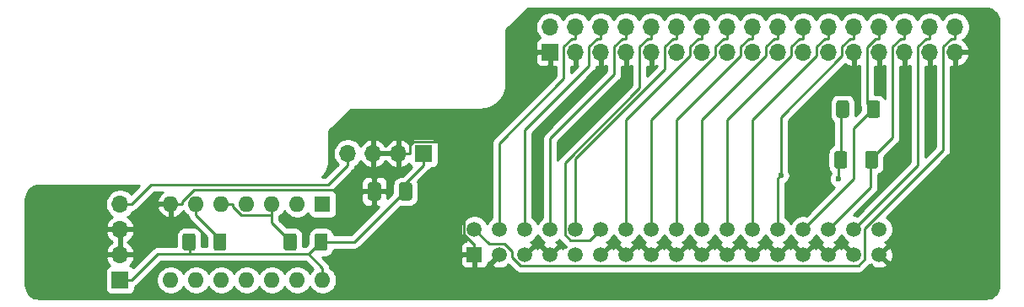
<source format=gbl>
%TF.GenerationSoftware,KiCad,Pcbnew,5.1.9+dfsg1-1*%
%TF.CreationDate,2022-04-01T11:17:58+02:00*%
%TF.ProjectId,AmigaPCDriveAdapter,416d6967-6150-4434-9472-697665416461,2.0*%
%TF.SameCoordinates,Original*%
%TF.FileFunction,Copper,L2,Bot*%
%TF.FilePolarity,Positive*%
%FSLAX46Y46*%
G04 Gerber Fmt 4.6, Leading zero omitted, Abs format (unit mm)*
G04 Created by KiCad (PCBNEW 5.1.9+dfsg1-1) date 2022-04-01 11:17:58*
%MOMM*%
%LPD*%
G01*
G04 APERTURE LIST*
%TA.AperFunction,ComponentPad*%
%ADD10O,1.600000X1.600000*%
%TD*%
%TA.AperFunction,ComponentPad*%
%ADD11R,1.600000X1.600000*%
%TD*%
%TA.AperFunction,ComponentPad*%
%ADD12O,1.700000X1.700000*%
%TD*%
%TA.AperFunction,ComponentPad*%
%ADD13R,1.700000X1.700000*%
%TD*%
%TA.AperFunction,ComponentPad*%
%ADD14C,1.520000*%
%TD*%
%TA.AperFunction,ComponentPad*%
%ADD15R,1.520000X1.520000*%
%TD*%
%TA.AperFunction,ViaPad*%
%ADD16C,0.600000*%
%TD*%
%TA.AperFunction,Conductor*%
%ADD17C,0.250000*%
%TD*%
%TA.AperFunction,Conductor*%
%ADD18C,0.254000*%
%TD*%
%TA.AperFunction,Conductor*%
%ADD19C,0.100000*%
%TD*%
G04 APERTURE END LIST*
%TA.AperFunction,SMDPad,CuDef*%
G36*
G01*
X119732000Y-108485000D02*
X119732000Y-109735000D01*
G75*
G02*
X119482000Y-109985000I-250000J0D01*
G01*
X118682000Y-109985000D01*
G75*
G02*
X118432000Y-109735000I0J250000D01*
G01*
X118432000Y-108485000D01*
G75*
G02*
X118682000Y-108235000I250000J0D01*
G01*
X119482000Y-108235000D01*
G75*
G02*
X119732000Y-108485000I0J-250000D01*
G01*
G37*
%TD.AperFunction*%
%TA.AperFunction,SMDPad,CuDef*%
G36*
G01*
X122832000Y-108485000D02*
X122832000Y-109735000D01*
G75*
G02*
X122582000Y-109985000I-250000J0D01*
G01*
X121782000Y-109985000D01*
G75*
G02*
X121532000Y-109735000I0J250000D01*
G01*
X121532000Y-108485000D01*
G75*
G02*
X121782000Y-108235000I250000J0D01*
G01*
X122582000Y-108235000D01*
G75*
G02*
X122832000Y-108485000I0J-250000D01*
G01*
G37*
%TD.AperFunction*%
%TA.AperFunction,SMDPad,CuDef*%
G36*
G01*
X131692000Y-109735000D02*
X131692000Y-108485000D01*
G75*
G02*
X131942000Y-108235000I250000J0D01*
G01*
X132742000Y-108235000D01*
G75*
G02*
X132992000Y-108485000I0J-250000D01*
G01*
X132992000Y-109735000D01*
G75*
G02*
X132742000Y-109985000I-250000J0D01*
G01*
X131942000Y-109985000D01*
G75*
G02*
X131692000Y-109735000I0J250000D01*
G01*
G37*
%TD.AperFunction*%
%TA.AperFunction,SMDPad,CuDef*%
G36*
G01*
X128592000Y-109735000D02*
X128592000Y-108485000D01*
G75*
G02*
X128842000Y-108235000I250000J0D01*
G01*
X129642000Y-108235000D01*
G75*
G02*
X129892000Y-108485000I0J-250000D01*
G01*
X129892000Y-109735000D01*
G75*
G02*
X129642000Y-109985000I-250000J0D01*
G01*
X128842000Y-109985000D01*
G75*
G02*
X128592000Y-109735000I0J250000D01*
G01*
G37*
%TD.AperFunction*%
%TA.AperFunction,SMDPad,CuDef*%
G36*
G01*
X186938000Y-101480000D02*
X186938000Y-100230000D01*
G75*
G02*
X187188000Y-99980000I250000J0D01*
G01*
X187988000Y-99980000D01*
G75*
G02*
X188238000Y-100230000I0J-250000D01*
G01*
X188238000Y-101480000D01*
G75*
G02*
X187988000Y-101730000I-250000J0D01*
G01*
X187188000Y-101730000D01*
G75*
G02*
X186938000Y-101480000I0J250000D01*
G01*
G37*
%TD.AperFunction*%
%TA.AperFunction,SMDPad,CuDef*%
G36*
G01*
X183838000Y-101480000D02*
X183838000Y-100230000D01*
G75*
G02*
X184088000Y-99980000I250000J0D01*
G01*
X184888000Y-99980000D01*
G75*
G02*
X185138000Y-100230000I0J-250000D01*
G01*
X185138000Y-101480000D01*
G75*
G02*
X184888000Y-101730000I-250000J0D01*
G01*
X184088000Y-101730000D01*
G75*
G02*
X183838000Y-101480000I0J250000D01*
G01*
G37*
%TD.AperFunction*%
%TA.AperFunction,SMDPad,CuDef*%
G36*
G01*
X187138000Y-96400000D02*
X187138000Y-95150000D01*
G75*
G02*
X187388000Y-94900000I250000J0D01*
G01*
X188188000Y-94900000D01*
G75*
G02*
X188438000Y-95150000I0J-250000D01*
G01*
X188438000Y-96400000D01*
G75*
G02*
X188188000Y-96650000I-250000J0D01*
G01*
X187388000Y-96650000D01*
G75*
G02*
X187138000Y-96400000I0J250000D01*
G01*
G37*
%TD.AperFunction*%
%TA.AperFunction,SMDPad,CuDef*%
G36*
G01*
X184038000Y-96400000D02*
X184038000Y-95150000D01*
G75*
G02*
X184288000Y-94900000I250000J0D01*
G01*
X185088000Y-94900000D01*
G75*
G02*
X185338000Y-95150000I0J-250000D01*
G01*
X185338000Y-96400000D01*
G75*
G02*
X185088000Y-96650000I-250000J0D01*
G01*
X184288000Y-96650000D01*
G75*
G02*
X184038000Y-96400000I0J250000D01*
G01*
G37*
%TD.AperFunction*%
%TA.AperFunction,SMDPad,CuDef*%
G36*
G01*
X138348000Y-103379999D02*
X138348000Y-104680001D01*
G75*
G02*
X138098001Y-104930000I-249999J0D01*
G01*
X137272999Y-104930000D01*
G75*
G02*
X137023000Y-104680001I0J249999D01*
G01*
X137023000Y-103379999D01*
G75*
G02*
X137272999Y-103130000I249999J0D01*
G01*
X138098001Y-103130000D01*
G75*
G02*
X138348000Y-103379999I0J-249999D01*
G01*
G37*
%TD.AperFunction*%
%TA.AperFunction,SMDPad,CuDef*%
G36*
G01*
X141473000Y-103379999D02*
X141473000Y-104680001D01*
G75*
G02*
X141223001Y-104930000I-249999J0D01*
G01*
X140397999Y-104930000D01*
G75*
G02*
X140148000Y-104680001I0J249999D01*
G01*
X140148000Y-103379999D01*
G75*
G02*
X140397999Y-103130000I249999J0D01*
G01*
X141223001Y-103130000D01*
G75*
G02*
X141473000Y-103379999I0J-249999D01*
G01*
G37*
%TD.AperFunction*%
D10*
X132480000Y-112920000D03*
X117240000Y-105300000D03*
X129940000Y-112920000D03*
X119780000Y-105300000D03*
X127400000Y-112920000D03*
X122320000Y-105300000D03*
X124860000Y-112920000D03*
X124860000Y-105300000D03*
X122320000Y-112920000D03*
X127400000Y-105300000D03*
X119780000Y-112920000D03*
X129940000Y-105300000D03*
X117240000Y-112920000D03*
D11*
X132480000Y-105300000D03*
D12*
X135020000Y-100220000D03*
X137560000Y-100220000D03*
X140100000Y-100220000D03*
D13*
X142640000Y-100220000D03*
D12*
X112160000Y-105300000D03*
X112160000Y-107840000D03*
X112160000Y-110380000D03*
D13*
X112160000Y-112920000D03*
D14*
X188360000Y-107840000D03*
X188360000Y-110380000D03*
X185820000Y-107840000D03*
X185820000Y-110380000D03*
X183280000Y-107840000D03*
X183280000Y-110380000D03*
X180740000Y-107840000D03*
X180740000Y-110380000D03*
X178200000Y-107840000D03*
X178200000Y-110380000D03*
X175660000Y-107840000D03*
X175660000Y-110380000D03*
X173120000Y-107840000D03*
X173120000Y-110380000D03*
X170580000Y-107840000D03*
X170580000Y-110380000D03*
X168040000Y-107840000D03*
X168040000Y-110380000D03*
X165500000Y-107840000D03*
X165500000Y-110380000D03*
X162960000Y-107840000D03*
X162960000Y-110380000D03*
X160420000Y-107840000D03*
X160420000Y-110380000D03*
X157880000Y-107840000D03*
X157880000Y-110380000D03*
X155340000Y-107840000D03*
X155340000Y-110380000D03*
X152800000Y-107840000D03*
X152800000Y-110380000D03*
X150260000Y-107840000D03*
X150260000Y-110380000D03*
X147720000Y-107840000D03*
D15*
X147720000Y-110380000D03*
D12*
X195980000Y-87520000D03*
X195980000Y-90060000D03*
X193440000Y-87520000D03*
X193440000Y-90060000D03*
X190900000Y-87520000D03*
X190900000Y-90060000D03*
X188360000Y-87520000D03*
X188360000Y-90060000D03*
X185820000Y-87520000D03*
X185820000Y-90060000D03*
X183280000Y-87520000D03*
X183280000Y-90060000D03*
X180740000Y-87520000D03*
X180740000Y-90060000D03*
X178200000Y-87520000D03*
X178200000Y-90060000D03*
X175660000Y-87520000D03*
X175660000Y-90060000D03*
X173120000Y-87520000D03*
X173120000Y-90060000D03*
X170580000Y-87520000D03*
X170580000Y-90060000D03*
X168040000Y-87520000D03*
X168040000Y-90060000D03*
X165500000Y-87520000D03*
X165500000Y-90060000D03*
X162960000Y-87520000D03*
X162960000Y-90060000D03*
X160420000Y-87520000D03*
X160420000Y-90060000D03*
X157880000Y-87520000D03*
X157880000Y-90060000D03*
X155340000Y-87520000D03*
D13*
X155340000Y-90060000D03*
D16*
X178471500Y-102409500D03*
X184260600Y-102770200D03*
D17*
X146634400Y-99044700D02*
X141642500Y-99044700D01*
X141642500Y-99044700D02*
X141275300Y-99411900D01*
X141275300Y-99411900D02*
X141275300Y-100220000D01*
X155340000Y-91235300D02*
X147530600Y-99044700D01*
X147530600Y-99044700D02*
X146634400Y-99044700D01*
X147720000Y-109294700D02*
X147584300Y-109294700D01*
X147584300Y-109294700D02*
X146634400Y-108344800D01*
X146634400Y-108344800D02*
X146634400Y-99044700D01*
X147720000Y-110380000D02*
X147720000Y-109294700D01*
X140100000Y-100220000D02*
X141275300Y-100220000D01*
X155340000Y-90060000D02*
X155340000Y-91235300D01*
X137560000Y-103829500D02*
X119554500Y-103829500D01*
X119554500Y-103829500D02*
X118365300Y-105018700D01*
X118365300Y-105018700D02*
X118365300Y-105300000D01*
X137760500Y-104030000D02*
X137560000Y-103829500D01*
X137560000Y-101395300D02*
X137560000Y-103829500D01*
X117240000Y-105300000D02*
X118365300Y-105300000D01*
X112160000Y-107840000D02*
X113574700Y-107840000D01*
X113574700Y-107840000D02*
X116114700Y-105300000D01*
X117240000Y-105300000D02*
X116114700Y-105300000D01*
X112160000Y-110380000D02*
X112160000Y-107840000D01*
X137560000Y-100220000D02*
X137560000Y-101395300D01*
X195980000Y-87520000D02*
X195980000Y-88695300D01*
X147720000Y-107840000D02*
X149174600Y-109294600D01*
X149174600Y-109294600D02*
X150776800Y-109294600D01*
X150776800Y-109294600D02*
X151530000Y-110047800D01*
X151530000Y-110047800D02*
X151530000Y-110668100D01*
X151530000Y-110668100D02*
X152341200Y-111479300D01*
X152341200Y-111479300D02*
X186266900Y-111479300D01*
X186266900Y-111479300D02*
X186930700Y-110815500D01*
X186930700Y-110815500D02*
X186930700Y-107734400D01*
X186930700Y-107734400D02*
X194804700Y-99860400D01*
X194804700Y-99860400D02*
X194804700Y-89503200D01*
X194804700Y-89503200D02*
X195612600Y-88695300D01*
X195612600Y-88695300D02*
X195980000Y-88695300D01*
X162960000Y-87520000D02*
X162960000Y-88695300D01*
X155340000Y-107840000D02*
X155340000Y-98729200D01*
X155340000Y-98729200D02*
X161784700Y-92284500D01*
X161784700Y-92284500D02*
X161784700Y-89503200D01*
X161784700Y-89503200D02*
X162592600Y-88695300D01*
X162592600Y-88695300D02*
X162960000Y-88695300D01*
X157880000Y-107840000D02*
X157880000Y-100734100D01*
X157880000Y-100734100D02*
X166864700Y-91749400D01*
X166864700Y-91749400D02*
X166864700Y-89503200D01*
X166864700Y-89503200D02*
X167672600Y-88695300D01*
X167672600Y-88695300D02*
X168040000Y-88695300D01*
X168040000Y-87520000D02*
X168040000Y-88695300D01*
X185820000Y-88695300D02*
X185452600Y-88695300D01*
X185452600Y-88695300D02*
X184644700Y-89503200D01*
X184644700Y-89503200D02*
X184644700Y-90420700D01*
X184644700Y-90420700D02*
X178471500Y-96593900D01*
X178471500Y-96593900D02*
X178471500Y-102409500D01*
X178471500Y-102409500D02*
X178200000Y-102681000D01*
X178200000Y-102681000D02*
X178200000Y-107840000D01*
X185820000Y-87520000D02*
X185820000Y-88695300D01*
X180740000Y-107840000D02*
X185789400Y-102790600D01*
X185789400Y-102790600D02*
X185789400Y-97711100D01*
X185789400Y-97711100D02*
X187725500Y-95775000D01*
X188360000Y-87520000D02*
X188360000Y-88695300D01*
X188360000Y-88695300D02*
X187992700Y-88695300D01*
X187992700Y-88695300D02*
X187169400Y-89518600D01*
X187169400Y-89518600D02*
X187169400Y-95218900D01*
X187169400Y-95218900D02*
X187725500Y-95775000D01*
X187525500Y-100855000D02*
X187525500Y-103594500D01*
X187525500Y-103594500D02*
X183280000Y-107840000D01*
X190900000Y-88695300D02*
X190532600Y-88695300D01*
X190532600Y-88695300D02*
X189724700Y-89503200D01*
X189724700Y-89503200D02*
X189724700Y-98655800D01*
X189724700Y-98655800D02*
X187525500Y-100855000D01*
X190900000Y-87520000D02*
X190900000Y-88695300D01*
X184550500Y-100855000D02*
X184550500Y-95975000D01*
X184550500Y-95975000D02*
X184750500Y-95775000D01*
X184260600Y-102770200D02*
X184260600Y-101144900D01*
X184260600Y-101144900D02*
X184550500Y-100855000D01*
X140735500Y-104030000D02*
X140735500Y-103299800D01*
X140735500Y-103299800D02*
X142640000Y-101395300D01*
X132279500Y-109110000D02*
X135655500Y-109110000D01*
X135655500Y-109110000D02*
X140735500Y-104030000D01*
X142640000Y-100220000D02*
X142640000Y-101395300D01*
X131065100Y-110324400D02*
X132480000Y-111739300D01*
X132480000Y-111739300D02*
X132480000Y-112920000D01*
X131065100Y-110324400D02*
X132279500Y-109110000D01*
X119144500Y-110324400D02*
X131065100Y-110324400D01*
X113335300Y-112920000D02*
X115930900Y-110324400D01*
X115930900Y-110324400D02*
X119144500Y-110324400D01*
X119144500Y-110324400D02*
X119144500Y-109110000D01*
X112160000Y-112920000D02*
X113335300Y-112920000D01*
X135020000Y-100220000D02*
X135020000Y-101395300D01*
X112160000Y-105300000D02*
X113335300Y-105300000D01*
X113335300Y-105300000D02*
X115256200Y-103379100D01*
X115256200Y-103379100D02*
X133036200Y-103379100D01*
X133036200Y-103379100D02*
X135020000Y-101395300D01*
X127400000Y-106425300D02*
X127400000Y-105300000D01*
X129304500Y-109110000D02*
X127400000Y-107205500D01*
X127400000Y-107205500D02*
X127400000Y-106425300D01*
X127400000Y-106425300D02*
X124289200Y-106425300D01*
X124289200Y-106425300D02*
X123445300Y-105581400D01*
X123445300Y-105581400D02*
X123445300Y-105300000D01*
X122320000Y-105300000D02*
X123445300Y-105300000D01*
X119780000Y-105300000D02*
X119780000Y-106425300D01*
X122119500Y-109110000D02*
X122119500Y-108764800D01*
X122119500Y-108764800D02*
X119780000Y-106425300D01*
X157880000Y-87520000D02*
X157880000Y-88695300D01*
X157880000Y-88695300D02*
X157512600Y-88695300D01*
X157512600Y-88695300D02*
X156704700Y-89503200D01*
X156704700Y-89503200D02*
X156704700Y-92727400D01*
X156704700Y-92727400D02*
X150260000Y-99172100D01*
X150260000Y-99172100D02*
X150260000Y-107840000D01*
X152800000Y-107840000D02*
X152800000Y-97848900D01*
X152800000Y-97848900D02*
X159244700Y-91404200D01*
X159244700Y-91404200D02*
X159244700Y-89503200D01*
X159244700Y-89503200D02*
X160052600Y-88695300D01*
X160052600Y-88695300D02*
X160420000Y-88695300D01*
X160420000Y-87520000D02*
X160420000Y-88695300D01*
X160420000Y-107840000D02*
X159326600Y-108933400D01*
X159326600Y-108933400D02*
X157371300Y-108933400D01*
X157371300Y-108933400D02*
X156794600Y-108356700D01*
X156794600Y-108356700D02*
X156794600Y-101182600D01*
X156794600Y-101182600D02*
X164324700Y-93652500D01*
X164324700Y-93652500D02*
X164324700Y-89503200D01*
X164324700Y-89503200D02*
X165132600Y-88695300D01*
X165132600Y-88695300D02*
X165500000Y-88695300D01*
X165500000Y-87520000D02*
X165500000Y-88695300D01*
X170580000Y-87520000D02*
X170580000Y-88695300D01*
X170580000Y-88695300D02*
X170212600Y-88695300D01*
X170212600Y-88695300D02*
X169404700Y-89503200D01*
X169404700Y-89503200D02*
X169404700Y-90404800D01*
X169404700Y-90404800D02*
X162960000Y-96849500D01*
X162960000Y-96849500D02*
X162960000Y-107840000D01*
X173120000Y-87520000D02*
X173120000Y-88695300D01*
X173120000Y-88695300D02*
X172752600Y-88695300D01*
X172752600Y-88695300D02*
X171944700Y-89503200D01*
X171944700Y-89503200D02*
X171944700Y-90404900D01*
X171944700Y-90404900D02*
X165500000Y-96849600D01*
X165500000Y-96849600D02*
X165500000Y-107840000D01*
X175660000Y-87520000D02*
X175660000Y-88695300D01*
X175660000Y-88695300D02*
X175292600Y-88695300D01*
X175292600Y-88695300D02*
X174484700Y-89503200D01*
X174484700Y-89503200D02*
X174484700Y-90405000D01*
X174484700Y-90405000D02*
X168040000Y-96849700D01*
X168040000Y-96849700D02*
X168040000Y-107840000D01*
X178200000Y-87520000D02*
X178200000Y-88695300D01*
X178200000Y-88695300D02*
X177832600Y-88695300D01*
X177832600Y-88695300D02*
X177024700Y-89503200D01*
X177024700Y-89503200D02*
X177024700Y-90405500D01*
X177024700Y-90405500D02*
X170580000Y-96850200D01*
X170580000Y-96850200D02*
X170580000Y-107840000D01*
X180740000Y-87520000D02*
X180740000Y-88695300D01*
X180740000Y-88695300D02*
X180372600Y-88695300D01*
X180372600Y-88695300D02*
X179564700Y-89503200D01*
X179564700Y-89503200D02*
X179564700Y-90407200D01*
X179564700Y-90407200D02*
X173120000Y-96851900D01*
X173120000Y-96851900D02*
X173120000Y-107840000D01*
X183280000Y-87520000D02*
X183280000Y-88695300D01*
X183280000Y-88695300D02*
X182912600Y-88695300D01*
X182912600Y-88695300D02*
X182104700Y-89503200D01*
X182104700Y-89503200D02*
X182104700Y-90414400D01*
X182104700Y-90414400D02*
X175660000Y-96859100D01*
X175660000Y-96859100D02*
X175660000Y-107840000D01*
X193440000Y-88695300D02*
X193072600Y-88695300D01*
X193072600Y-88695300D02*
X192264700Y-89503200D01*
X192264700Y-89503200D02*
X192264700Y-101395300D01*
X192264700Y-101395300D02*
X185820000Y-107840000D01*
X193440000Y-87520000D02*
X193440000Y-88695300D01*
D18*
X199314782Y-85693267D02*
X199559855Y-85767259D01*
X199785890Y-85887443D01*
X199984281Y-86049248D01*
X200147460Y-86246497D01*
X200269220Y-86471687D01*
X200344924Y-86716247D01*
X200375001Y-87002408D01*
X200375000Y-113426495D01*
X200346733Y-113714782D01*
X200272741Y-113959855D01*
X200152554Y-114185893D01*
X199990754Y-114384279D01*
X199793503Y-114547460D01*
X199568310Y-114669221D01*
X199323753Y-114744924D01*
X199037602Y-114775000D01*
X104033505Y-114775000D01*
X103745218Y-114746733D01*
X103500145Y-114672741D01*
X103274107Y-114552554D01*
X103075721Y-114390754D01*
X102912540Y-114193503D01*
X102790779Y-113968310D01*
X102715076Y-113723753D01*
X102685000Y-113437602D01*
X102685000Y-108196890D01*
X110718524Y-108196890D01*
X110763175Y-108344099D01*
X110888359Y-108606920D01*
X111062412Y-108840269D01*
X111278645Y-109035178D01*
X111404255Y-109110000D01*
X111278645Y-109184822D01*
X111062412Y-109379731D01*
X110888359Y-109613080D01*
X110763175Y-109875901D01*
X110718524Y-110023110D01*
X110839845Y-110253000D01*
X112033000Y-110253000D01*
X112033000Y-107967000D01*
X112287000Y-107967000D01*
X112287000Y-110253000D01*
X113480155Y-110253000D01*
X113601476Y-110023110D01*
X113556825Y-109875901D01*
X113431641Y-109613080D01*
X113257588Y-109379731D01*
X113041355Y-109184822D01*
X112915745Y-109110000D01*
X113041355Y-109035178D01*
X113257588Y-108840269D01*
X113431641Y-108606920D01*
X113556825Y-108344099D01*
X113601476Y-108196890D01*
X113480155Y-107967000D01*
X112287000Y-107967000D01*
X112033000Y-107967000D01*
X110839845Y-107967000D01*
X110718524Y-108196890D01*
X102685000Y-108196890D01*
X102685000Y-104793505D01*
X102713267Y-104505218D01*
X102787259Y-104260145D01*
X102907443Y-104034110D01*
X103069248Y-103835719D01*
X103266497Y-103672540D01*
X103491687Y-103550780D01*
X103736247Y-103475076D01*
X104022398Y-103445000D01*
X114115498Y-103445000D01*
X113260303Y-104300196D01*
X113106632Y-104146525D01*
X112863411Y-103984010D01*
X112593158Y-103872068D01*
X112306260Y-103815000D01*
X112013740Y-103815000D01*
X111726842Y-103872068D01*
X111456589Y-103984010D01*
X111213368Y-104146525D01*
X111006525Y-104353368D01*
X110844010Y-104596589D01*
X110732068Y-104866842D01*
X110675000Y-105153740D01*
X110675000Y-105446260D01*
X110732068Y-105733158D01*
X110844010Y-106003411D01*
X111006525Y-106246632D01*
X111213368Y-106453475D01*
X111395534Y-106575195D01*
X111278645Y-106644822D01*
X111062412Y-106839731D01*
X110888359Y-107073080D01*
X110763175Y-107335901D01*
X110718524Y-107483110D01*
X110839845Y-107713000D01*
X112033000Y-107713000D01*
X112033000Y-107693000D01*
X112287000Y-107693000D01*
X112287000Y-107713000D01*
X113480155Y-107713000D01*
X113601476Y-107483110D01*
X113556825Y-107335901D01*
X113431641Y-107073080D01*
X113257588Y-106839731D01*
X113041355Y-106644822D01*
X112924466Y-106575195D01*
X113106632Y-106453475D01*
X113313475Y-106246632D01*
X113442796Y-106053089D01*
X113484286Y-106049003D01*
X113627547Y-106005546D01*
X113759576Y-105934974D01*
X113875301Y-105840001D01*
X113899104Y-105810997D01*
X114061061Y-105649040D01*
X115848091Y-105649040D01*
X115942930Y-105913881D01*
X116087615Y-106155131D01*
X116276586Y-106363519D01*
X116502580Y-106531037D01*
X116756913Y-106651246D01*
X116890961Y-106691904D01*
X117113000Y-106569915D01*
X117113000Y-105427000D01*
X115969376Y-105427000D01*
X115848091Y-105649040D01*
X114061061Y-105649040D01*
X115571002Y-104139100D01*
X116407960Y-104139100D01*
X116276586Y-104236481D01*
X116087615Y-104444869D01*
X115942930Y-104686119D01*
X115848091Y-104950960D01*
X115969376Y-105173000D01*
X117113000Y-105173000D01*
X117113000Y-105153000D01*
X117367000Y-105153000D01*
X117367000Y-105173000D01*
X117387000Y-105173000D01*
X117387000Y-105427000D01*
X117367000Y-105427000D01*
X117367000Y-106569915D01*
X117589039Y-106691904D01*
X117723087Y-106651246D01*
X117977420Y-106531037D01*
X118203414Y-106363519D01*
X118392385Y-106155131D01*
X118503933Y-105969135D01*
X118508320Y-105979727D01*
X118665363Y-106214759D01*
X118865241Y-106414637D01*
X119025843Y-106521948D01*
X119030568Y-106569915D01*
X119030998Y-106574285D01*
X119074454Y-106717546D01*
X119145026Y-106849576D01*
X119197286Y-106913254D01*
X119240000Y-106965301D01*
X119268998Y-106989099D01*
X120893928Y-108614030D01*
X120893928Y-109564400D01*
X120370072Y-109564400D01*
X120370072Y-108485000D01*
X120353008Y-108311746D01*
X120302472Y-108145150D01*
X120220405Y-107991614D01*
X120109962Y-107857038D01*
X119975386Y-107746595D01*
X119821850Y-107664528D01*
X119655254Y-107613992D01*
X119482000Y-107596928D01*
X118682000Y-107596928D01*
X118508746Y-107613992D01*
X118342150Y-107664528D01*
X118188614Y-107746595D01*
X118054038Y-107857038D01*
X117943595Y-107991614D01*
X117861528Y-108145150D01*
X117810992Y-108311746D01*
X117793928Y-108485000D01*
X117793928Y-109564400D01*
X115968225Y-109564400D01*
X115930900Y-109560724D01*
X115893575Y-109564400D01*
X115893567Y-109564400D01*
X115781914Y-109575397D01*
X115638653Y-109618854D01*
X115506624Y-109689426D01*
X115390899Y-109784399D01*
X115367101Y-109813397D01*
X113506485Y-111674014D01*
X113461185Y-111618815D01*
X113364494Y-111539463D01*
X113254180Y-111480498D01*
X113173534Y-111456034D01*
X113257588Y-111380269D01*
X113431641Y-111146920D01*
X113556825Y-110884099D01*
X113601476Y-110736890D01*
X113480155Y-110507000D01*
X112287000Y-110507000D01*
X112287000Y-110527000D01*
X112033000Y-110527000D01*
X112033000Y-110507000D01*
X110839845Y-110507000D01*
X110718524Y-110736890D01*
X110763175Y-110884099D01*
X110888359Y-111146920D01*
X111062412Y-111380269D01*
X111146466Y-111456034D01*
X111065820Y-111480498D01*
X110955506Y-111539463D01*
X110858815Y-111618815D01*
X110779463Y-111715506D01*
X110720498Y-111825820D01*
X110684188Y-111945518D01*
X110671928Y-112070000D01*
X110671928Y-113770000D01*
X110684188Y-113894482D01*
X110720498Y-114014180D01*
X110779463Y-114124494D01*
X110858815Y-114221185D01*
X110955506Y-114300537D01*
X111065820Y-114359502D01*
X111185518Y-114395812D01*
X111310000Y-114408072D01*
X113010000Y-114408072D01*
X113134482Y-114395812D01*
X113254180Y-114359502D01*
X113364494Y-114300537D01*
X113461185Y-114221185D01*
X113540537Y-114124494D01*
X113599502Y-114014180D01*
X113635812Y-113894482D01*
X113648072Y-113770000D01*
X113648072Y-113614575D01*
X113759576Y-113554974D01*
X113875301Y-113460001D01*
X113899104Y-113430997D01*
X116245702Y-111084400D01*
X119107167Y-111084400D01*
X119144500Y-111088077D01*
X119181833Y-111084400D01*
X130750299Y-111084400D01*
X131518251Y-111852353D01*
X131365363Y-112005241D01*
X131210000Y-112237759D01*
X131054637Y-112005241D01*
X130854759Y-111805363D01*
X130619727Y-111648320D01*
X130358574Y-111540147D01*
X130081335Y-111485000D01*
X129798665Y-111485000D01*
X129521426Y-111540147D01*
X129260273Y-111648320D01*
X129025241Y-111805363D01*
X128825363Y-112005241D01*
X128670000Y-112237759D01*
X128514637Y-112005241D01*
X128314759Y-111805363D01*
X128079727Y-111648320D01*
X127818574Y-111540147D01*
X127541335Y-111485000D01*
X127258665Y-111485000D01*
X126981426Y-111540147D01*
X126720273Y-111648320D01*
X126485241Y-111805363D01*
X126285363Y-112005241D01*
X126130000Y-112237759D01*
X125974637Y-112005241D01*
X125774759Y-111805363D01*
X125539727Y-111648320D01*
X125278574Y-111540147D01*
X125001335Y-111485000D01*
X124718665Y-111485000D01*
X124441426Y-111540147D01*
X124180273Y-111648320D01*
X123945241Y-111805363D01*
X123745363Y-112005241D01*
X123590000Y-112237759D01*
X123434637Y-112005241D01*
X123234759Y-111805363D01*
X122999727Y-111648320D01*
X122738574Y-111540147D01*
X122461335Y-111485000D01*
X122178665Y-111485000D01*
X121901426Y-111540147D01*
X121640273Y-111648320D01*
X121405241Y-111805363D01*
X121205363Y-112005241D01*
X121050000Y-112237759D01*
X120894637Y-112005241D01*
X120694759Y-111805363D01*
X120459727Y-111648320D01*
X120198574Y-111540147D01*
X119921335Y-111485000D01*
X119638665Y-111485000D01*
X119361426Y-111540147D01*
X119100273Y-111648320D01*
X118865241Y-111805363D01*
X118665363Y-112005241D01*
X118510000Y-112237759D01*
X118354637Y-112005241D01*
X118154759Y-111805363D01*
X117919727Y-111648320D01*
X117658574Y-111540147D01*
X117381335Y-111485000D01*
X117098665Y-111485000D01*
X116821426Y-111540147D01*
X116560273Y-111648320D01*
X116325241Y-111805363D01*
X116125363Y-112005241D01*
X115968320Y-112240273D01*
X115860147Y-112501426D01*
X115805000Y-112778665D01*
X115805000Y-113061335D01*
X115860147Y-113338574D01*
X115968320Y-113599727D01*
X116125363Y-113834759D01*
X116325241Y-114034637D01*
X116560273Y-114191680D01*
X116821426Y-114299853D01*
X117098665Y-114355000D01*
X117381335Y-114355000D01*
X117658574Y-114299853D01*
X117919727Y-114191680D01*
X118154759Y-114034637D01*
X118354637Y-113834759D01*
X118510000Y-113602241D01*
X118665363Y-113834759D01*
X118865241Y-114034637D01*
X119100273Y-114191680D01*
X119361426Y-114299853D01*
X119638665Y-114355000D01*
X119921335Y-114355000D01*
X120198574Y-114299853D01*
X120459727Y-114191680D01*
X120694759Y-114034637D01*
X120894637Y-113834759D01*
X121050000Y-113602241D01*
X121205363Y-113834759D01*
X121405241Y-114034637D01*
X121640273Y-114191680D01*
X121901426Y-114299853D01*
X122178665Y-114355000D01*
X122461335Y-114355000D01*
X122738574Y-114299853D01*
X122999727Y-114191680D01*
X123234759Y-114034637D01*
X123434637Y-113834759D01*
X123590000Y-113602241D01*
X123745363Y-113834759D01*
X123945241Y-114034637D01*
X124180273Y-114191680D01*
X124441426Y-114299853D01*
X124718665Y-114355000D01*
X125001335Y-114355000D01*
X125278574Y-114299853D01*
X125539727Y-114191680D01*
X125774759Y-114034637D01*
X125974637Y-113834759D01*
X126130000Y-113602241D01*
X126285363Y-113834759D01*
X126485241Y-114034637D01*
X126720273Y-114191680D01*
X126981426Y-114299853D01*
X127258665Y-114355000D01*
X127541335Y-114355000D01*
X127818574Y-114299853D01*
X128079727Y-114191680D01*
X128314759Y-114034637D01*
X128514637Y-113834759D01*
X128670000Y-113602241D01*
X128825363Y-113834759D01*
X129025241Y-114034637D01*
X129260273Y-114191680D01*
X129521426Y-114299853D01*
X129798665Y-114355000D01*
X130081335Y-114355000D01*
X130358574Y-114299853D01*
X130619727Y-114191680D01*
X130854759Y-114034637D01*
X131054637Y-113834759D01*
X131210000Y-113602241D01*
X131365363Y-113834759D01*
X131565241Y-114034637D01*
X131800273Y-114191680D01*
X132061426Y-114299853D01*
X132338665Y-114355000D01*
X132621335Y-114355000D01*
X132898574Y-114299853D01*
X133159727Y-114191680D01*
X133394759Y-114034637D01*
X133594637Y-113834759D01*
X133751680Y-113599727D01*
X133859853Y-113338574D01*
X133915000Y-113061335D01*
X133915000Y-112778665D01*
X133859853Y-112501426D01*
X133751680Y-112240273D01*
X133594637Y-112005241D01*
X133394759Y-111805363D01*
X133239999Y-111701956D01*
X133229003Y-111590314D01*
X133185546Y-111447053D01*
X133114974Y-111315024D01*
X133020001Y-111199299D01*
X132991004Y-111175502D01*
X132955502Y-111140000D01*
X146321928Y-111140000D01*
X146334188Y-111264482D01*
X146370498Y-111384180D01*
X146429463Y-111494494D01*
X146508815Y-111591185D01*
X146605506Y-111670537D01*
X146715820Y-111729502D01*
X146835518Y-111765812D01*
X146960000Y-111778072D01*
X147434250Y-111775000D01*
X147593000Y-111616250D01*
X147593000Y-110507000D01*
X146483750Y-110507000D01*
X146325000Y-110665750D01*
X146321928Y-111140000D01*
X132955502Y-111140000D01*
X132438574Y-110623072D01*
X132742000Y-110623072D01*
X132915254Y-110606008D01*
X133081850Y-110555472D01*
X133235386Y-110473405D01*
X133369962Y-110362962D01*
X133480405Y-110228386D01*
X133562472Y-110074850D01*
X133613008Y-109908254D01*
X133616776Y-109870000D01*
X135618178Y-109870000D01*
X135655500Y-109873676D01*
X135692822Y-109870000D01*
X135692833Y-109870000D01*
X135804486Y-109859003D01*
X135947747Y-109815546D01*
X136079776Y-109744974D01*
X136195501Y-109650001D01*
X136219304Y-109620997D01*
X136220301Y-109620000D01*
X146321928Y-109620000D01*
X146325000Y-110094250D01*
X146483750Y-110253000D01*
X147593000Y-110253000D01*
X147593000Y-110233000D01*
X147847000Y-110233000D01*
X147847000Y-110253000D01*
X147867000Y-110253000D01*
X147867000Y-110507000D01*
X147847000Y-110507000D01*
X147847000Y-111616250D01*
X148005750Y-111775000D01*
X148480000Y-111778072D01*
X148604482Y-111765812D01*
X148724180Y-111729502D01*
X148834494Y-111670537D01*
X148931185Y-111591185D01*
X149010537Y-111494494D01*
X149069502Y-111384180D01*
X149105812Y-111264482D01*
X149118072Y-111140000D01*
X149117910Y-111115024D01*
X149295863Y-111164531D01*
X150080395Y-110380000D01*
X150066253Y-110365858D01*
X150245858Y-110186253D01*
X150260000Y-110200395D01*
X150274143Y-110186253D01*
X150453748Y-110365858D01*
X150439605Y-110380000D01*
X150453748Y-110394143D01*
X150274142Y-110573748D01*
X150260000Y-110559605D01*
X149475469Y-111344137D01*
X149542206Y-111584025D01*
X149790892Y-111700924D01*
X150057606Y-111767061D01*
X150332097Y-111779895D01*
X150603817Y-111738931D01*
X150862326Y-111645744D01*
X150977794Y-111584025D01*
X151044531Y-111344139D01*
X151160948Y-111460556D01*
X151204302Y-111417203D01*
X151777401Y-111990302D01*
X151801199Y-112019301D01*
X151830197Y-112043099D01*
X151916923Y-112114274D01*
X152002470Y-112160000D01*
X152048953Y-112184846D01*
X152192214Y-112228303D01*
X152303867Y-112239300D01*
X152303876Y-112239300D01*
X152341199Y-112242976D01*
X152378522Y-112239300D01*
X186229578Y-112239300D01*
X186266900Y-112242976D01*
X186304222Y-112239300D01*
X186304233Y-112239300D01*
X186415886Y-112228303D01*
X186559147Y-112184846D01*
X186691176Y-112114274D01*
X186806901Y-112019301D01*
X186830703Y-111990298D01*
X187409749Y-111411253D01*
X187459052Y-111460556D01*
X187575469Y-111344139D01*
X187642206Y-111584025D01*
X187890892Y-111700924D01*
X188157606Y-111767061D01*
X188432097Y-111779895D01*
X188703817Y-111738931D01*
X188962326Y-111645744D01*
X189077794Y-111584025D01*
X189144531Y-111344137D01*
X188360000Y-110559605D01*
X188345858Y-110573748D01*
X188166253Y-110394143D01*
X188180395Y-110380000D01*
X188539605Y-110380000D01*
X189324137Y-111164531D01*
X189564025Y-111097794D01*
X189680924Y-110849108D01*
X189747061Y-110582394D01*
X189759895Y-110307903D01*
X189718931Y-110036183D01*
X189625744Y-109777674D01*
X189564025Y-109662206D01*
X189324137Y-109595469D01*
X188539605Y-110380000D01*
X188180395Y-110380000D01*
X188166252Y-110365858D01*
X188345858Y-110186252D01*
X188360000Y-110200395D01*
X189144531Y-109415863D01*
X189077794Y-109175975D01*
X188938293Y-109110400D01*
X189020780Y-109076233D01*
X189249261Y-108923567D01*
X189443567Y-108729261D01*
X189596233Y-108500780D01*
X189701391Y-108246907D01*
X189755000Y-107977396D01*
X189755000Y-107702604D01*
X189701391Y-107433093D01*
X189596233Y-107179220D01*
X189443567Y-106950739D01*
X189249261Y-106756433D01*
X189089930Y-106649971D01*
X195315704Y-100424198D01*
X195344701Y-100400401D01*
X195439674Y-100284676D01*
X195510246Y-100152647D01*
X195553703Y-100009386D01*
X195564700Y-99897733D01*
X195564700Y-99897732D01*
X195568377Y-99860400D01*
X195564700Y-99823067D01*
X195564700Y-91483759D01*
X195623110Y-91501476D01*
X195853000Y-91380155D01*
X195853000Y-90187000D01*
X196107000Y-90187000D01*
X196107000Y-91380155D01*
X196336890Y-91501476D01*
X196484099Y-91456825D01*
X196746920Y-91331641D01*
X196980269Y-91157588D01*
X197175178Y-90941355D01*
X197324157Y-90691252D01*
X197421481Y-90416891D01*
X197300814Y-90187000D01*
X196107000Y-90187000D01*
X195853000Y-90187000D01*
X195833000Y-90187000D01*
X195833000Y-89933000D01*
X195853000Y-89933000D01*
X195853000Y-89913000D01*
X196107000Y-89913000D01*
X196107000Y-89933000D01*
X197300814Y-89933000D01*
X197421481Y-89703109D01*
X197324157Y-89428748D01*
X197175178Y-89178645D01*
X196980269Y-88962412D01*
X196750594Y-88791100D01*
X196926632Y-88673475D01*
X197133475Y-88466632D01*
X197295990Y-88223411D01*
X197407932Y-87953158D01*
X197465000Y-87666260D01*
X197465000Y-87373740D01*
X197407932Y-87086842D01*
X197295990Y-86816589D01*
X197133475Y-86573368D01*
X196926632Y-86366525D01*
X196683411Y-86204010D01*
X196413158Y-86092068D01*
X196126260Y-86035000D01*
X195833740Y-86035000D01*
X195546842Y-86092068D01*
X195276589Y-86204010D01*
X195033368Y-86366525D01*
X194826525Y-86573368D01*
X194710000Y-86747760D01*
X194593475Y-86573368D01*
X194386632Y-86366525D01*
X194143411Y-86204010D01*
X193873158Y-86092068D01*
X193586260Y-86035000D01*
X193293740Y-86035000D01*
X193006842Y-86092068D01*
X192736589Y-86204010D01*
X192493368Y-86366525D01*
X192286525Y-86573368D01*
X192170000Y-86747760D01*
X192053475Y-86573368D01*
X191846632Y-86366525D01*
X191603411Y-86204010D01*
X191333158Y-86092068D01*
X191046260Y-86035000D01*
X190753740Y-86035000D01*
X190466842Y-86092068D01*
X190196589Y-86204010D01*
X189953368Y-86366525D01*
X189746525Y-86573368D01*
X189630000Y-86747760D01*
X189513475Y-86573368D01*
X189306632Y-86366525D01*
X189063411Y-86204010D01*
X188793158Y-86092068D01*
X188506260Y-86035000D01*
X188213740Y-86035000D01*
X187926842Y-86092068D01*
X187656589Y-86204010D01*
X187413368Y-86366525D01*
X187206525Y-86573368D01*
X187090000Y-86747760D01*
X186973475Y-86573368D01*
X186766632Y-86366525D01*
X186523411Y-86204010D01*
X186253158Y-86092068D01*
X185966260Y-86035000D01*
X185673740Y-86035000D01*
X185386842Y-86092068D01*
X185116589Y-86204010D01*
X184873368Y-86366525D01*
X184666525Y-86573368D01*
X184550000Y-86747760D01*
X184433475Y-86573368D01*
X184226632Y-86366525D01*
X183983411Y-86204010D01*
X183713158Y-86092068D01*
X183426260Y-86035000D01*
X183133740Y-86035000D01*
X182846842Y-86092068D01*
X182576589Y-86204010D01*
X182333368Y-86366525D01*
X182126525Y-86573368D01*
X182010000Y-86747760D01*
X181893475Y-86573368D01*
X181686632Y-86366525D01*
X181443411Y-86204010D01*
X181173158Y-86092068D01*
X180886260Y-86035000D01*
X180593740Y-86035000D01*
X180306842Y-86092068D01*
X180036589Y-86204010D01*
X179793368Y-86366525D01*
X179586525Y-86573368D01*
X179470000Y-86747760D01*
X179353475Y-86573368D01*
X179146632Y-86366525D01*
X178903411Y-86204010D01*
X178633158Y-86092068D01*
X178346260Y-86035000D01*
X178053740Y-86035000D01*
X177766842Y-86092068D01*
X177496589Y-86204010D01*
X177253368Y-86366525D01*
X177046525Y-86573368D01*
X176930000Y-86747760D01*
X176813475Y-86573368D01*
X176606632Y-86366525D01*
X176363411Y-86204010D01*
X176093158Y-86092068D01*
X175806260Y-86035000D01*
X175513740Y-86035000D01*
X175226842Y-86092068D01*
X174956589Y-86204010D01*
X174713368Y-86366525D01*
X174506525Y-86573368D01*
X174390000Y-86747760D01*
X174273475Y-86573368D01*
X174066632Y-86366525D01*
X173823411Y-86204010D01*
X173553158Y-86092068D01*
X173266260Y-86035000D01*
X172973740Y-86035000D01*
X172686842Y-86092068D01*
X172416589Y-86204010D01*
X172173368Y-86366525D01*
X171966525Y-86573368D01*
X171850000Y-86747760D01*
X171733475Y-86573368D01*
X171526632Y-86366525D01*
X171283411Y-86204010D01*
X171013158Y-86092068D01*
X170726260Y-86035000D01*
X170433740Y-86035000D01*
X170146842Y-86092068D01*
X169876589Y-86204010D01*
X169633368Y-86366525D01*
X169426525Y-86573368D01*
X169310000Y-86747760D01*
X169193475Y-86573368D01*
X168986632Y-86366525D01*
X168743411Y-86204010D01*
X168473158Y-86092068D01*
X168186260Y-86035000D01*
X167893740Y-86035000D01*
X167606842Y-86092068D01*
X167336589Y-86204010D01*
X167093368Y-86366525D01*
X166886525Y-86573368D01*
X166770000Y-86747760D01*
X166653475Y-86573368D01*
X166446632Y-86366525D01*
X166203411Y-86204010D01*
X165933158Y-86092068D01*
X165646260Y-86035000D01*
X165353740Y-86035000D01*
X165066842Y-86092068D01*
X164796589Y-86204010D01*
X164553368Y-86366525D01*
X164346525Y-86573368D01*
X164230000Y-86747760D01*
X164113475Y-86573368D01*
X163906632Y-86366525D01*
X163663411Y-86204010D01*
X163393158Y-86092068D01*
X163106260Y-86035000D01*
X162813740Y-86035000D01*
X162526842Y-86092068D01*
X162256589Y-86204010D01*
X162013368Y-86366525D01*
X161806525Y-86573368D01*
X161690000Y-86747760D01*
X161573475Y-86573368D01*
X161366632Y-86366525D01*
X161123411Y-86204010D01*
X160853158Y-86092068D01*
X160566260Y-86035000D01*
X160273740Y-86035000D01*
X159986842Y-86092068D01*
X159716589Y-86204010D01*
X159473368Y-86366525D01*
X159266525Y-86573368D01*
X159150000Y-86747760D01*
X159033475Y-86573368D01*
X158826632Y-86366525D01*
X158583411Y-86204010D01*
X158313158Y-86092068D01*
X158026260Y-86035000D01*
X157733740Y-86035000D01*
X157446842Y-86092068D01*
X157176589Y-86204010D01*
X156933368Y-86366525D01*
X156726525Y-86573368D01*
X156610000Y-86747760D01*
X156493475Y-86573368D01*
X156286632Y-86366525D01*
X156043411Y-86204010D01*
X155773158Y-86092068D01*
X155486260Y-86035000D01*
X155193740Y-86035000D01*
X154906842Y-86092068D01*
X154636589Y-86204010D01*
X154393368Y-86366525D01*
X154186525Y-86573368D01*
X154024010Y-86816589D01*
X153912068Y-87086842D01*
X153855000Y-87373740D01*
X153855000Y-87666260D01*
X153912068Y-87953158D01*
X154024010Y-88223411D01*
X154186525Y-88466632D01*
X154318380Y-88598487D01*
X154245820Y-88620498D01*
X154135506Y-88679463D01*
X154038815Y-88758815D01*
X153959463Y-88855506D01*
X153900498Y-88965820D01*
X153864188Y-89085518D01*
X153851928Y-89210000D01*
X153855000Y-89774250D01*
X154013750Y-89933000D01*
X155213000Y-89933000D01*
X155213000Y-89913000D01*
X155467000Y-89913000D01*
X155467000Y-89933000D01*
X155487000Y-89933000D01*
X155487000Y-90187000D01*
X155467000Y-90187000D01*
X155467000Y-91386250D01*
X155625750Y-91545000D01*
X155944701Y-91546736D01*
X155944701Y-92412597D01*
X149749003Y-98608296D01*
X149719999Y-98632099D01*
X149670949Y-98691867D01*
X149625026Y-98747824D01*
X149584750Y-98823175D01*
X149554454Y-98879854D01*
X149510997Y-99023115D01*
X149500000Y-99134768D01*
X149500000Y-99134778D01*
X149496324Y-99172100D01*
X149500000Y-99209422D01*
X149500001Y-106670063D01*
X149370739Y-106756433D01*
X149176433Y-106950739D01*
X149023767Y-107179220D01*
X148990000Y-107260740D01*
X148956233Y-107179220D01*
X148803567Y-106950739D01*
X148609261Y-106756433D01*
X148380780Y-106603767D01*
X148126907Y-106498609D01*
X147857396Y-106445000D01*
X147582604Y-106445000D01*
X147313093Y-106498609D01*
X147059220Y-106603767D01*
X146830739Y-106756433D01*
X146636433Y-106950739D01*
X146483767Y-107179220D01*
X146378609Y-107433093D01*
X146325000Y-107702604D01*
X146325000Y-107977396D01*
X146378609Y-108246907D01*
X146483767Y-108500780D01*
X146636433Y-108729261D01*
X146830739Y-108923567D01*
X146923467Y-108985526D01*
X146835518Y-108994188D01*
X146715820Y-109030498D01*
X146605506Y-109089463D01*
X146508815Y-109168815D01*
X146429463Y-109265506D01*
X146370498Y-109375820D01*
X146334188Y-109495518D01*
X146321928Y-109620000D01*
X136220301Y-109620000D01*
X140283506Y-105556795D01*
X140397999Y-105568072D01*
X141223001Y-105568072D01*
X141396255Y-105551008D01*
X141562851Y-105500472D01*
X141716387Y-105418405D01*
X141850962Y-105307962D01*
X141961405Y-105173387D01*
X142043472Y-105019851D01*
X142094008Y-104853255D01*
X142111072Y-104680001D01*
X142111072Y-103379999D01*
X142094008Y-103206745D01*
X142049635Y-103060466D01*
X143151003Y-101959099D01*
X143180001Y-101935301D01*
X143274974Y-101819576D01*
X143334575Y-101708072D01*
X143490000Y-101708072D01*
X143614482Y-101695812D01*
X143734180Y-101659502D01*
X143844494Y-101600537D01*
X143941185Y-101521185D01*
X144020537Y-101424494D01*
X144079502Y-101314180D01*
X144115812Y-101194482D01*
X144128072Y-101070000D01*
X144128072Y-99370000D01*
X144115812Y-99245518D01*
X144079502Y-99125820D01*
X144020537Y-99015506D01*
X143941185Y-98918815D01*
X143844494Y-98839463D01*
X143734180Y-98780498D01*
X143614482Y-98744188D01*
X143490000Y-98731928D01*
X141790000Y-98731928D01*
X141665518Y-98744188D01*
X141545820Y-98780498D01*
X141435506Y-98839463D01*
X141338815Y-98918815D01*
X141259463Y-99015506D01*
X141200498Y-99125820D01*
X141176034Y-99206466D01*
X141100269Y-99122412D01*
X140866920Y-98948359D01*
X140604099Y-98823175D01*
X140456890Y-98778524D01*
X140227000Y-98899845D01*
X140227000Y-100093000D01*
X140247000Y-100093000D01*
X140247000Y-100347000D01*
X140227000Y-100347000D01*
X140227000Y-101540155D01*
X140456890Y-101661476D01*
X140604099Y-101616825D01*
X140866920Y-101491641D01*
X141100269Y-101317588D01*
X141176034Y-101233534D01*
X141200498Y-101314180D01*
X141259463Y-101424494D01*
X141338815Y-101521185D01*
X141394013Y-101566485D01*
X140468571Y-102491928D01*
X140397999Y-102491928D01*
X140224745Y-102508992D01*
X140058149Y-102559528D01*
X139904613Y-102641595D01*
X139770038Y-102752038D01*
X139659595Y-102886613D01*
X139577528Y-103040149D01*
X139526992Y-103206745D01*
X139509928Y-103379999D01*
X139509928Y-104180770D01*
X138984950Y-104705748D01*
X138983000Y-104315750D01*
X138824250Y-104157000D01*
X137812500Y-104157000D01*
X137812500Y-105406250D01*
X137971250Y-105565000D01*
X138124449Y-105566249D01*
X135340699Y-108350000D01*
X133616776Y-108350000D01*
X133613008Y-108311746D01*
X133562472Y-108145150D01*
X133480405Y-107991614D01*
X133369962Y-107857038D01*
X133235386Y-107746595D01*
X133081850Y-107664528D01*
X132915254Y-107613992D01*
X132742000Y-107596928D01*
X131942000Y-107596928D01*
X131768746Y-107613992D01*
X131602150Y-107664528D01*
X131448614Y-107746595D01*
X131314038Y-107857038D01*
X131203595Y-107991614D01*
X131121528Y-108145150D01*
X131070992Y-108311746D01*
X131053928Y-108485000D01*
X131053928Y-109260771D01*
X130750299Y-109564400D01*
X130530072Y-109564400D01*
X130530072Y-108485000D01*
X130513008Y-108311746D01*
X130462472Y-108145150D01*
X130380405Y-107991614D01*
X130269962Y-107857038D01*
X130135386Y-107746595D01*
X129981850Y-107664528D01*
X129815254Y-107613992D01*
X129642000Y-107596928D01*
X128866229Y-107596928D01*
X128160000Y-106890699D01*
X128160000Y-106518043D01*
X128314759Y-106414637D01*
X128514637Y-106214759D01*
X128670000Y-105982241D01*
X128825363Y-106214759D01*
X129025241Y-106414637D01*
X129260273Y-106571680D01*
X129521426Y-106679853D01*
X129798665Y-106735000D01*
X130081335Y-106735000D01*
X130358574Y-106679853D01*
X130619727Y-106571680D01*
X130854759Y-106414637D01*
X131053357Y-106216039D01*
X131054188Y-106224482D01*
X131090498Y-106344180D01*
X131149463Y-106454494D01*
X131228815Y-106551185D01*
X131325506Y-106630537D01*
X131435820Y-106689502D01*
X131555518Y-106725812D01*
X131680000Y-106738072D01*
X133280000Y-106738072D01*
X133404482Y-106725812D01*
X133524180Y-106689502D01*
X133634494Y-106630537D01*
X133731185Y-106551185D01*
X133810537Y-106454494D01*
X133869502Y-106344180D01*
X133905812Y-106224482D01*
X133918072Y-106100000D01*
X133918072Y-104930000D01*
X136384928Y-104930000D01*
X136397188Y-105054482D01*
X136433498Y-105174180D01*
X136492463Y-105284494D01*
X136571815Y-105381185D01*
X136668506Y-105460537D01*
X136778820Y-105519502D01*
X136898518Y-105555812D01*
X137023000Y-105568072D01*
X137399750Y-105565000D01*
X137558500Y-105406250D01*
X137558500Y-104157000D01*
X136546750Y-104157000D01*
X136388000Y-104315750D01*
X136384928Y-104930000D01*
X133918072Y-104930000D01*
X133918072Y-104500000D01*
X133905812Y-104375518D01*
X133869502Y-104255820D01*
X133810537Y-104145506D01*
X133731185Y-104048815D01*
X133634494Y-103969463D01*
X133562031Y-103930730D01*
X133576201Y-103919101D01*
X133600004Y-103890097D01*
X134360101Y-103130000D01*
X136384928Y-103130000D01*
X136388000Y-103744250D01*
X136546750Y-103903000D01*
X137558500Y-103903000D01*
X137558500Y-102653750D01*
X137812500Y-102653750D01*
X137812500Y-103903000D01*
X138824250Y-103903000D01*
X138983000Y-103744250D01*
X138986072Y-103130000D01*
X138973812Y-103005518D01*
X138937502Y-102885820D01*
X138878537Y-102775506D01*
X138799185Y-102678815D01*
X138702494Y-102599463D01*
X138592180Y-102540498D01*
X138472482Y-102504188D01*
X138348000Y-102491928D01*
X137971250Y-102495000D01*
X137812500Y-102653750D01*
X137558500Y-102653750D01*
X137399750Y-102495000D01*
X137023000Y-102491928D01*
X136898518Y-102504188D01*
X136778820Y-102540498D01*
X136668506Y-102599463D01*
X136571815Y-102678815D01*
X136492463Y-102775506D01*
X136433498Y-102885820D01*
X136397188Y-103005518D01*
X136384928Y-103130000D01*
X134360101Y-103130000D01*
X135531003Y-101959099D01*
X135560001Y-101935301D01*
X135654974Y-101819576D01*
X135725546Y-101687547D01*
X135769003Y-101544286D01*
X135773089Y-101502796D01*
X135966632Y-101373475D01*
X136173475Y-101166632D01*
X136295195Y-100984466D01*
X136364822Y-101101355D01*
X136559731Y-101317588D01*
X136793080Y-101491641D01*
X137055901Y-101616825D01*
X137203110Y-101661476D01*
X137433000Y-101540155D01*
X137433000Y-100347000D01*
X137687000Y-100347000D01*
X137687000Y-101540155D01*
X137916890Y-101661476D01*
X138064099Y-101616825D01*
X138326920Y-101491641D01*
X138560269Y-101317588D01*
X138755178Y-101101355D01*
X138830000Y-100975745D01*
X138904822Y-101101355D01*
X139099731Y-101317588D01*
X139333080Y-101491641D01*
X139595901Y-101616825D01*
X139743110Y-101661476D01*
X139973000Y-101540155D01*
X139973000Y-100347000D01*
X137687000Y-100347000D01*
X137433000Y-100347000D01*
X137413000Y-100347000D01*
X137413000Y-100093000D01*
X137433000Y-100093000D01*
X137433000Y-98899845D01*
X137687000Y-98899845D01*
X137687000Y-100093000D01*
X139973000Y-100093000D01*
X139973000Y-98899845D01*
X139743110Y-98778524D01*
X139595901Y-98823175D01*
X139333080Y-98948359D01*
X139099731Y-99122412D01*
X138904822Y-99338645D01*
X138830000Y-99464255D01*
X138755178Y-99338645D01*
X138560269Y-99122412D01*
X138326920Y-98948359D01*
X138064099Y-98823175D01*
X137916890Y-98778524D01*
X137687000Y-98899845D01*
X137433000Y-98899845D01*
X137203110Y-98778524D01*
X137055901Y-98823175D01*
X136793080Y-98948359D01*
X136559731Y-99122412D01*
X136364822Y-99338645D01*
X136295195Y-99455534D01*
X136173475Y-99273368D01*
X135966632Y-99066525D01*
X135723411Y-98904010D01*
X135453158Y-98792068D01*
X135166260Y-98735000D01*
X134873740Y-98735000D01*
X134586842Y-98792068D01*
X134316589Y-98904010D01*
X134073368Y-99066525D01*
X133866525Y-99273368D01*
X133704010Y-99516589D01*
X133592068Y-99786842D01*
X133535000Y-100073740D01*
X133535000Y-100366260D01*
X133592068Y-100653158D01*
X133704010Y-100923411D01*
X133866525Y-101166632D01*
X134020196Y-101320303D01*
X132721399Y-102619100D01*
X132414157Y-102619100D01*
X132423881Y-102609578D01*
X132429978Y-102602208D01*
X132676679Y-102299724D01*
X132711047Y-102247995D01*
X132746111Y-102196785D01*
X132750661Y-102188372D01*
X132933910Y-101843730D01*
X132957555Y-101786364D01*
X132982028Y-101729264D01*
X132984856Y-101720127D01*
X133097674Y-101346456D01*
X133109737Y-101285531D01*
X133122641Y-101224826D01*
X133123641Y-101215314D01*
X133161731Y-100826845D01*
X133161731Y-100826837D01*
X133165000Y-100793647D01*
X133165000Y-97963736D01*
X135303736Y-95825000D01*
X148293647Y-95825000D01*
X148323645Y-95822045D01*
X148336047Y-95822132D01*
X148345565Y-95821198D01*
X148733758Y-95780397D01*
X148794539Y-95767920D01*
X148855560Y-95756280D01*
X148864716Y-95753516D01*
X149237591Y-95638092D01*
X149294870Y-95614014D01*
X149352388Y-95590775D01*
X149360833Y-95586286D01*
X149704188Y-95400634D01*
X149755635Y-95365932D01*
X149807610Y-95331921D01*
X149815022Y-95325876D01*
X150115777Y-95077069D01*
X150159524Y-95033016D01*
X150203881Y-94989578D01*
X150209978Y-94982208D01*
X150456679Y-94679724D01*
X150491047Y-94627995D01*
X150526111Y-94576785D01*
X150530661Y-94568372D01*
X150713910Y-94223730D01*
X150737555Y-94166364D01*
X150762028Y-94109264D01*
X150764856Y-94100127D01*
X150877674Y-93726456D01*
X150889737Y-93665531D01*
X150902641Y-93604826D01*
X150903641Y-93595314D01*
X150941731Y-93206845D01*
X150941731Y-93206837D01*
X150945000Y-93173647D01*
X150945000Y-90910000D01*
X153851928Y-90910000D01*
X153864188Y-91034482D01*
X153900498Y-91154180D01*
X153959463Y-91264494D01*
X154038815Y-91361185D01*
X154135506Y-91440537D01*
X154245820Y-91499502D01*
X154365518Y-91535812D01*
X154490000Y-91548072D01*
X155054250Y-91545000D01*
X155213000Y-91386250D01*
X155213000Y-90187000D01*
X154013750Y-90187000D01*
X153855000Y-90345750D01*
X153851928Y-90910000D01*
X150945000Y-90910000D01*
X150945000Y-87803736D01*
X153083736Y-85665000D01*
X199026495Y-85665000D01*
X199314782Y-85693267D01*
%TA.AperFunction,Conductor*%
D19*
G36*
X199314782Y-85693267D02*
G01*
X199559855Y-85767259D01*
X199785890Y-85887443D01*
X199984281Y-86049248D01*
X200147460Y-86246497D01*
X200269220Y-86471687D01*
X200344924Y-86716247D01*
X200375001Y-87002408D01*
X200375000Y-113426495D01*
X200346733Y-113714782D01*
X200272741Y-113959855D01*
X200152554Y-114185893D01*
X199990754Y-114384279D01*
X199793503Y-114547460D01*
X199568310Y-114669221D01*
X199323753Y-114744924D01*
X199037602Y-114775000D01*
X104033505Y-114775000D01*
X103745218Y-114746733D01*
X103500145Y-114672741D01*
X103274107Y-114552554D01*
X103075721Y-114390754D01*
X102912540Y-114193503D01*
X102790779Y-113968310D01*
X102715076Y-113723753D01*
X102685000Y-113437602D01*
X102685000Y-108196890D01*
X110718524Y-108196890D01*
X110763175Y-108344099D01*
X110888359Y-108606920D01*
X111062412Y-108840269D01*
X111278645Y-109035178D01*
X111404255Y-109110000D01*
X111278645Y-109184822D01*
X111062412Y-109379731D01*
X110888359Y-109613080D01*
X110763175Y-109875901D01*
X110718524Y-110023110D01*
X110839845Y-110253000D01*
X112033000Y-110253000D01*
X112033000Y-107967000D01*
X112287000Y-107967000D01*
X112287000Y-110253000D01*
X113480155Y-110253000D01*
X113601476Y-110023110D01*
X113556825Y-109875901D01*
X113431641Y-109613080D01*
X113257588Y-109379731D01*
X113041355Y-109184822D01*
X112915745Y-109110000D01*
X113041355Y-109035178D01*
X113257588Y-108840269D01*
X113431641Y-108606920D01*
X113556825Y-108344099D01*
X113601476Y-108196890D01*
X113480155Y-107967000D01*
X112287000Y-107967000D01*
X112033000Y-107967000D01*
X110839845Y-107967000D01*
X110718524Y-108196890D01*
X102685000Y-108196890D01*
X102685000Y-104793505D01*
X102713267Y-104505218D01*
X102787259Y-104260145D01*
X102907443Y-104034110D01*
X103069248Y-103835719D01*
X103266497Y-103672540D01*
X103491687Y-103550780D01*
X103736247Y-103475076D01*
X104022398Y-103445000D01*
X114115498Y-103445000D01*
X113260303Y-104300196D01*
X113106632Y-104146525D01*
X112863411Y-103984010D01*
X112593158Y-103872068D01*
X112306260Y-103815000D01*
X112013740Y-103815000D01*
X111726842Y-103872068D01*
X111456589Y-103984010D01*
X111213368Y-104146525D01*
X111006525Y-104353368D01*
X110844010Y-104596589D01*
X110732068Y-104866842D01*
X110675000Y-105153740D01*
X110675000Y-105446260D01*
X110732068Y-105733158D01*
X110844010Y-106003411D01*
X111006525Y-106246632D01*
X111213368Y-106453475D01*
X111395534Y-106575195D01*
X111278645Y-106644822D01*
X111062412Y-106839731D01*
X110888359Y-107073080D01*
X110763175Y-107335901D01*
X110718524Y-107483110D01*
X110839845Y-107713000D01*
X112033000Y-107713000D01*
X112033000Y-107693000D01*
X112287000Y-107693000D01*
X112287000Y-107713000D01*
X113480155Y-107713000D01*
X113601476Y-107483110D01*
X113556825Y-107335901D01*
X113431641Y-107073080D01*
X113257588Y-106839731D01*
X113041355Y-106644822D01*
X112924466Y-106575195D01*
X113106632Y-106453475D01*
X113313475Y-106246632D01*
X113442796Y-106053089D01*
X113484286Y-106049003D01*
X113627547Y-106005546D01*
X113759576Y-105934974D01*
X113875301Y-105840001D01*
X113899104Y-105810997D01*
X114061061Y-105649040D01*
X115848091Y-105649040D01*
X115942930Y-105913881D01*
X116087615Y-106155131D01*
X116276586Y-106363519D01*
X116502580Y-106531037D01*
X116756913Y-106651246D01*
X116890961Y-106691904D01*
X117113000Y-106569915D01*
X117113000Y-105427000D01*
X115969376Y-105427000D01*
X115848091Y-105649040D01*
X114061061Y-105649040D01*
X115571002Y-104139100D01*
X116407960Y-104139100D01*
X116276586Y-104236481D01*
X116087615Y-104444869D01*
X115942930Y-104686119D01*
X115848091Y-104950960D01*
X115969376Y-105173000D01*
X117113000Y-105173000D01*
X117113000Y-105153000D01*
X117367000Y-105153000D01*
X117367000Y-105173000D01*
X117387000Y-105173000D01*
X117387000Y-105427000D01*
X117367000Y-105427000D01*
X117367000Y-106569915D01*
X117589039Y-106691904D01*
X117723087Y-106651246D01*
X117977420Y-106531037D01*
X118203414Y-106363519D01*
X118392385Y-106155131D01*
X118503933Y-105969135D01*
X118508320Y-105979727D01*
X118665363Y-106214759D01*
X118865241Y-106414637D01*
X119025843Y-106521948D01*
X119030568Y-106569915D01*
X119030998Y-106574285D01*
X119074454Y-106717546D01*
X119145026Y-106849576D01*
X119197286Y-106913254D01*
X119240000Y-106965301D01*
X119268998Y-106989099D01*
X120893928Y-108614030D01*
X120893928Y-109564400D01*
X120370072Y-109564400D01*
X120370072Y-108485000D01*
X120353008Y-108311746D01*
X120302472Y-108145150D01*
X120220405Y-107991614D01*
X120109962Y-107857038D01*
X119975386Y-107746595D01*
X119821850Y-107664528D01*
X119655254Y-107613992D01*
X119482000Y-107596928D01*
X118682000Y-107596928D01*
X118508746Y-107613992D01*
X118342150Y-107664528D01*
X118188614Y-107746595D01*
X118054038Y-107857038D01*
X117943595Y-107991614D01*
X117861528Y-108145150D01*
X117810992Y-108311746D01*
X117793928Y-108485000D01*
X117793928Y-109564400D01*
X115968225Y-109564400D01*
X115930900Y-109560724D01*
X115893575Y-109564400D01*
X115893567Y-109564400D01*
X115781914Y-109575397D01*
X115638653Y-109618854D01*
X115506624Y-109689426D01*
X115390899Y-109784399D01*
X115367101Y-109813397D01*
X113506485Y-111674014D01*
X113461185Y-111618815D01*
X113364494Y-111539463D01*
X113254180Y-111480498D01*
X113173534Y-111456034D01*
X113257588Y-111380269D01*
X113431641Y-111146920D01*
X113556825Y-110884099D01*
X113601476Y-110736890D01*
X113480155Y-110507000D01*
X112287000Y-110507000D01*
X112287000Y-110527000D01*
X112033000Y-110527000D01*
X112033000Y-110507000D01*
X110839845Y-110507000D01*
X110718524Y-110736890D01*
X110763175Y-110884099D01*
X110888359Y-111146920D01*
X111062412Y-111380269D01*
X111146466Y-111456034D01*
X111065820Y-111480498D01*
X110955506Y-111539463D01*
X110858815Y-111618815D01*
X110779463Y-111715506D01*
X110720498Y-111825820D01*
X110684188Y-111945518D01*
X110671928Y-112070000D01*
X110671928Y-113770000D01*
X110684188Y-113894482D01*
X110720498Y-114014180D01*
X110779463Y-114124494D01*
X110858815Y-114221185D01*
X110955506Y-114300537D01*
X111065820Y-114359502D01*
X111185518Y-114395812D01*
X111310000Y-114408072D01*
X113010000Y-114408072D01*
X113134482Y-114395812D01*
X113254180Y-114359502D01*
X113364494Y-114300537D01*
X113461185Y-114221185D01*
X113540537Y-114124494D01*
X113599502Y-114014180D01*
X113635812Y-113894482D01*
X113648072Y-113770000D01*
X113648072Y-113614575D01*
X113759576Y-113554974D01*
X113875301Y-113460001D01*
X113899104Y-113430997D01*
X116245702Y-111084400D01*
X119107167Y-111084400D01*
X119144500Y-111088077D01*
X119181833Y-111084400D01*
X130750299Y-111084400D01*
X131518251Y-111852353D01*
X131365363Y-112005241D01*
X131210000Y-112237759D01*
X131054637Y-112005241D01*
X130854759Y-111805363D01*
X130619727Y-111648320D01*
X130358574Y-111540147D01*
X130081335Y-111485000D01*
X129798665Y-111485000D01*
X129521426Y-111540147D01*
X129260273Y-111648320D01*
X129025241Y-111805363D01*
X128825363Y-112005241D01*
X128670000Y-112237759D01*
X128514637Y-112005241D01*
X128314759Y-111805363D01*
X128079727Y-111648320D01*
X127818574Y-111540147D01*
X127541335Y-111485000D01*
X127258665Y-111485000D01*
X126981426Y-111540147D01*
X126720273Y-111648320D01*
X126485241Y-111805363D01*
X126285363Y-112005241D01*
X126130000Y-112237759D01*
X125974637Y-112005241D01*
X125774759Y-111805363D01*
X125539727Y-111648320D01*
X125278574Y-111540147D01*
X125001335Y-111485000D01*
X124718665Y-111485000D01*
X124441426Y-111540147D01*
X124180273Y-111648320D01*
X123945241Y-111805363D01*
X123745363Y-112005241D01*
X123590000Y-112237759D01*
X123434637Y-112005241D01*
X123234759Y-111805363D01*
X122999727Y-111648320D01*
X122738574Y-111540147D01*
X122461335Y-111485000D01*
X122178665Y-111485000D01*
X121901426Y-111540147D01*
X121640273Y-111648320D01*
X121405241Y-111805363D01*
X121205363Y-112005241D01*
X121050000Y-112237759D01*
X120894637Y-112005241D01*
X120694759Y-111805363D01*
X120459727Y-111648320D01*
X120198574Y-111540147D01*
X119921335Y-111485000D01*
X119638665Y-111485000D01*
X119361426Y-111540147D01*
X119100273Y-111648320D01*
X118865241Y-111805363D01*
X118665363Y-112005241D01*
X118510000Y-112237759D01*
X118354637Y-112005241D01*
X118154759Y-111805363D01*
X117919727Y-111648320D01*
X117658574Y-111540147D01*
X117381335Y-111485000D01*
X117098665Y-111485000D01*
X116821426Y-111540147D01*
X116560273Y-111648320D01*
X116325241Y-111805363D01*
X116125363Y-112005241D01*
X115968320Y-112240273D01*
X115860147Y-112501426D01*
X115805000Y-112778665D01*
X115805000Y-113061335D01*
X115860147Y-113338574D01*
X115968320Y-113599727D01*
X116125363Y-113834759D01*
X116325241Y-114034637D01*
X116560273Y-114191680D01*
X116821426Y-114299853D01*
X117098665Y-114355000D01*
X117381335Y-114355000D01*
X117658574Y-114299853D01*
X117919727Y-114191680D01*
X118154759Y-114034637D01*
X118354637Y-113834759D01*
X118510000Y-113602241D01*
X118665363Y-113834759D01*
X118865241Y-114034637D01*
X119100273Y-114191680D01*
X119361426Y-114299853D01*
X119638665Y-114355000D01*
X119921335Y-114355000D01*
X120198574Y-114299853D01*
X120459727Y-114191680D01*
X120694759Y-114034637D01*
X120894637Y-113834759D01*
X121050000Y-113602241D01*
X121205363Y-113834759D01*
X121405241Y-114034637D01*
X121640273Y-114191680D01*
X121901426Y-114299853D01*
X122178665Y-114355000D01*
X122461335Y-114355000D01*
X122738574Y-114299853D01*
X122999727Y-114191680D01*
X123234759Y-114034637D01*
X123434637Y-113834759D01*
X123590000Y-113602241D01*
X123745363Y-113834759D01*
X123945241Y-114034637D01*
X124180273Y-114191680D01*
X124441426Y-114299853D01*
X124718665Y-114355000D01*
X125001335Y-114355000D01*
X125278574Y-114299853D01*
X125539727Y-114191680D01*
X125774759Y-114034637D01*
X125974637Y-113834759D01*
X126130000Y-113602241D01*
X126285363Y-113834759D01*
X126485241Y-114034637D01*
X126720273Y-114191680D01*
X126981426Y-114299853D01*
X127258665Y-114355000D01*
X127541335Y-114355000D01*
X127818574Y-114299853D01*
X128079727Y-114191680D01*
X128314759Y-114034637D01*
X128514637Y-113834759D01*
X128670000Y-113602241D01*
X128825363Y-113834759D01*
X129025241Y-114034637D01*
X129260273Y-114191680D01*
X129521426Y-114299853D01*
X129798665Y-114355000D01*
X130081335Y-114355000D01*
X130358574Y-114299853D01*
X130619727Y-114191680D01*
X130854759Y-114034637D01*
X131054637Y-113834759D01*
X131210000Y-113602241D01*
X131365363Y-113834759D01*
X131565241Y-114034637D01*
X131800273Y-114191680D01*
X132061426Y-114299853D01*
X132338665Y-114355000D01*
X132621335Y-114355000D01*
X132898574Y-114299853D01*
X133159727Y-114191680D01*
X133394759Y-114034637D01*
X133594637Y-113834759D01*
X133751680Y-113599727D01*
X133859853Y-113338574D01*
X133915000Y-113061335D01*
X133915000Y-112778665D01*
X133859853Y-112501426D01*
X133751680Y-112240273D01*
X133594637Y-112005241D01*
X133394759Y-111805363D01*
X133239999Y-111701956D01*
X133229003Y-111590314D01*
X133185546Y-111447053D01*
X133114974Y-111315024D01*
X133020001Y-111199299D01*
X132991004Y-111175502D01*
X132955502Y-111140000D01*
X146321928Y-111140000D01*
X146334188Y-111264482D01*
X146370498Y-111384180D01*
X146429463Y-111494494D01*
X146508815Y-111591185D01*
X146605506Y-111670537D01*
X146715820Y-111729502D01*
X146835518Y-111765812D01*
X146960000Y-111778072D01*
X147434250Y-111775000D01*
X147593000Y-111616250D01*
X147593000Y-110507000D01*
X146483750Y-110507000D01*
X146325000Y-110665750D01*
X146321928Y-111140000D01*
X132955502Y-111140000D01*
X132438574Y-110623072D01*
X132742000Y-110623072D01*
X132915254Y-110606008D01*
X133081850Y-110555472D01*
X133235386Y-110473405D01*
X133369962Y-110362962D01*
X133480405Y-110228386D01*
X133562472Y-110074850D01*
X133613008Y-109908254D01*
X133616776Y-109870000D01*
X135618178Y-109870000D01*
X135655500Y-109873676D01*
X135692822Y-109870000D01*
X135692833Y-109870000D01*
X135804486Y-109859003D01*
X135947747Y-109815546D01*
X136079776Y-109744974D01*
X136195501Y-109650001D01*
X136219304Y-109620997D01*
X136220301Y-109620000D01*
X146321928Y-109620000D01*
X146325000Y-110094250D01*
X146483750Y-110253000D01*
X147593000Y-110253000D01*
X147593000Y-110233000D01*
X147847000Y-110233000D01*
X147847000Y-110253000D01*
X147867000Y-110253000D01*
X147867000Y-110507000D01*
X147847000Y-110507000D01*
X147847000Y-111616250D01*
X148005750Y-111775000D01*
X148480000Y-111778072D01*
X148604482Y-111765812D01*
X148724180Y-111729502D01*
X148834494Y-111670537D01*
X148931185Y-111591185D01*
X149010537Y-111494494D01*
X149069502Y-111384180D01*
X149105812Y-111264482D01*
X149118072Y-111140000D01*
X149117910Y-111115024D01*
X149295863Y-111164531D01*
X150080395Y-110380000D01*
X150066253Y-110365858D01*
X150245858Y-110186253D01*
X150260000Y-110200395D01*
X150274143Y-110186253D01*
X150453748Y-110365858D01*
X150439605Y-110380000D01*
X150453748Y-110394143D01*
X150274142Y-110573748D01*
X150260000Y-110559605D01*
X149475469Y-111344137D01*
X149542206Y-111584025D01*
X149790892Y-111700924D01*
X150057606Y-111767061D01*
X150332097Y-111779895D01*
X150603817Y-111738931D01*
X150862326Y-111645744D01*
X150977794Y-111584025D01*
X151044531Y-111344139D01*
X151160948Y-111460556D01*
X151204302Y-111417203D01*
X151777401Y-111990302D01*
X151801199Y-112019301D01*
X151830197Y-112043099D01*
X151916923Y-112114274D01*
X152002470Y-112160000D01*
X152048953Y-112184846D01*
X152192214Y-112228303D01*
X152303867Y-112239300D01*
X152303876Y-112239300D01*
X152341199Y-112242976D01*
X152378522Y-112239300D01*
X186229578Y-112239300D01*
X186266900Y-112242976D01*
X186304222Y-112239300D01*
X186304233Y-112239300D01*
X186415886Y-112228303D01*
X186559147Y-112184846D01*
X186691176Y-112114274D01*
X186806901Y-112019301D01*
X186830703Y-111990298D01*
X187409749Y-111411253D01*
X187459052Y-111460556D01*
X187575469Y-111344139D01*
X187642206Y-111584025D01*
X187890892Y-111700924D01*
X188157606Y-111767061D01*
X188432097Y-111779895D01*
X188703817Y-111738931D01*
X188962326Y-111645744D01*
X189077794Y-111584025D01*
X189144531Y-111344137D01*
X188360000Y-110559605D01*
X188345858Y-110573748D01*
X188166253Y-110394143D01*
X188180395Y-110380000D01*
X188539605Y-110380000D01*
X189324137Y-111164531D01*
X189564025Y-111097794D01*
X189680924Y-110849108D01*
X189747061Y-110582394D01*
X189759895Y-110307903D01*
X189718931Y-110036183D01*
X189625744Y-109777674D01*
X189564025Y-109662206D01*
X189324137Y-109595469D01*
X188539605Y-110380000D01*
X188180395Y-110380000D01*
X188166252Y-110365858D01*
X188345858Y-110186252D01*
X188360000Y-110200395D01*
X189144531Y-109415863D01*
X189077794Y-109175975D01*
X188938293Y-109110400D01*
X189020780Y-109076233D01*
X189249261Y-108923567D01*
X189443567Y-108729261D01*
X189596233Y-108500780D01*
X189701391Y-108246907D01*
X189755000Y-107977396D01*
X189755000Y-107702604D01*
X189701391Y-107433093D01*
X189596233Y-107179220D01*
X189443567Y-106950739D01*
X189249261Y-106756433D01*
X189089930Y-106649971D01*
X195315704Y-100424198D01*
X195344701Y-100400401D01*
X195439674Y-100284676D01*
X195510246Y-100152647D01*
X195553703Y-100009386D01*
X195564700Y-99897733D01*
X195564700Y-99897732D01*
X195568377Y-99860400D01*
X195564700Y-99823067D01*
X195564700Y-91483759D01*
X195623110Y-91501476D01*
X195853000Y-91380155D01*
X195853000Y-90187000D01*
X196107000Y-90187000D01*
X196107000Y-91380155D01*
X196336890Y-91501476D01*
X196484099Y-91456825D01*
X196746920Y-91331641D01*
X196980269Y-91157588D01*
X197175178Y-90941355D01*
X197324157Y-90691252D01*
X197421481Y-90416891D01*
X197300814Y-90187000D01*
X196107000Y-90187000D01*
X195853000Y-90187000D01*
X195833000Y-90187000D01*
X195833000Y-89933000D01*
X195853000Y-89933000D01*
X195853000Y-89913000D01*
X196107000Y-89913000D01*
X196107000Y-89933000D01*
X197300814Y-89933000D01*
X197421481Y-89703109D01*
X197324157Y-89428748D01*
X197175178Y-89178645D01*
X196980269Y-88962412D01*
X196750594Y-88791100D01*
X196926632Y-88673475D01*
X197133475Y-88466632D01*
X197295990Y-88223411D01*
X197407932Y-87953158D01*
X197465000Y-87666260D01*
X197465000Y-87373740D01*
X197407932Y-87086842D01*
X197295990Y-86816589D01*
X197133475Y-86573368D01*
X196926632Y-86366525D01*
X196683411Y-86204010D01*
X196413158Y-86092068D01*
X196126260Y-86035000D01*
X195833740Y-86035000D01*
X195546842Y-86092068D01*
X195276589Y-86204010D01*
X195033368Y-86366525D01*
X194826525Y-86573368D01*
X194710000Y-86747760D01*
X194593475Y-86573368D01*
X194386632Y-86366525D01*
X194143411Y-86204010D01*
X193873158Y-86092068D01*
X193586260Y-86035000D01*
X193293740Y-86035000D01*
X193006842Y-86092068D01*
X192736589Y-86204010D01*
X192493368Y-86366525D01*
X192286525Y-86573368D01*
X192170000Y-86747760D01*
X192053475Y-86573368D01*
X191846632Y-86366525D01*
X191603411Y-86204010D01*
X191333158Y-86092068D01*
X191046260Y-86035000D01*
X190753740Y-86035000D01*
X190466842Y-86092068D01*
X190196589Y-86204010D01*
X189953368Y-86366525D01*
X189746525Y-86573368D01*
X189630000Y-86747760D01*
X189513475Y-86573368D01*
X189306632Y-86366525D01*
X189063411Y-86204010D01*
X188793158Y-86092068D01*
X188506260Y-86035000D01*
X188213740Y-86035000D01*
X187926842Y-86092068D01*
X187656589Y-86204010D01*
X187413368Y-86366525D01*
X187206525Y-86573368D01*
X187090000Y-86747760D01*
X186973475Y-86573368D01*
X186766632Y-86366525D01*
X186523411Y-86204010D01*
X186253158Y-86092068D01*
X185966260Y-86035000D01*
X185673740Y-86035000D01*
X185386842Y-86092068D01*
X185116589Y-86204010D01*
X184873368Y-86366525D01*
X184666525Y-86573368D01*
X184550000Y-86747760D01*
X184433475Y-86573368D01*
X184226632Y-86366525D01*
X183983411Y-86204010D01*
X183713158Y-86092068D01*
X183426260Y-86035000D01*
X183133740Y-86035000D01*
X182846842Y-86092068D01*
X182576589Y-86204010D01*
X182333368Y-86366525D01*
X182126525Y-86573368D01*
X182010000Y-86747760D01*
X181893475Y-86573368D01*
X181686632Y-86366525D01*
X181443411Y-86204010D01*
X181173158Y-86092068D01*
X180886260Y-86035000D01*
X180593740Y-86035000D01*
X180306842Y-86092068D01*
X180036589Y-86204010D01*
X179793368Y-86366525D01*
X179586525Y-86573368D01*
X179470000Y-86747760D01*
X179353475Y-86573368D01*
X179146632Y-86366525D01*
X178903411Y-86204010D01*
X178633158Y-86092068D01*
X178346260Y-86035000D01*
X178053740Y-86035000D01*
X177766842Y-86092068D01*
X177496589Y-86204010D01*
X177253368Y-86366525D01*
X177046525Y-86573368D01*
X176930000Y-86747760D01*
X176813475Y-86573368D01*
X176606632Y-86366525D01*
X176363411Y-86204010D01*
X176093158Y-86092068D01*
X175806260Y-86035000D01*
X175513740Y-86035000D01*
X175226842Y-86092068D01*
X174956589Y-86204010D01*
X174713368Y-86366525D01*
X174506525Y-86573368D01*
X174390000Y-86747760D01*
X174273475Y-86573368D01*
X174066632Y-86366525D01*
X173823411Y-86204010D01*
X173553158Y-86092068D01*
X173266260Y-86035000D01*
X172973740Y-86035000D01*
X172686842Y-86092068D01*
X172416589Y-86204010D01*
X172173368Y-86366525D01*
X171966525Y-86573368D01*
X171850000Y-86747760D01*
X171733475Y-86573368D01*
X171526632Y-86366525D01*
X171283411Y-86204010D01*
X171013158Y-86092068D01*
X170726260Y-86035000D01*
X170433740Y-86035000D01*
X170146842Y-86092068D01*
X169876589Y-86204010D01*
X169633368Y-86366525D01*
X169426525Y-86573368D01*
X169310000Y-86747760D01*
X169193475Y-86573368D01*
X168986632Y-86366525D01*
X168743411Y-86204010D01*
X168473158Y-86092068D01*
X168186260Y-86035000D01*
X167893740Y-86035000D01*
X167606842Y-86092068D01*
X167336589Y-86204010D01*
X167093368Y-86366525D01*
X166886525Y-86573368D01*
X166770000Y-86747760D01*
X166653475Y-86573368D01*
X166446632Y-86366525D01*
X166203411Y-86204010D01*
X165933158Y-86092068D01*
X165646260Y-86035000D01*
X165353740Y-86035000D01*
X165066842Y-86092068D01*
X164796589Y-86204010D01*
X164553368Y-86366525D01*
X164346525Y-86573368D01*
X164230000Y-86747760D01*
X164113475Y-86573368D01*
X163906632Y-86366525D01*
X163663411Y-86204010D01*
X163393158Y-86092068D01*
X163106260Y-86035000D01*
X162813740Y-86035000D01*
X162526842Y-86092068D01*
X162256589Y-86204010D01*
X162013368Y-86366525D01*
X161806525Y-86573368D01*
X161690000Y-86747760D01*
X161573475Y-86573368D01*
X161366632Y-86366525D01*
X161123411Y-86204010D01*
X160853158Y-86092068D01*
X160566260Y-86035000D01*
X160273740Y-86035000D01*
X159986842Y-86092068D01*
X159716589Y-86204010D01*
X159473368Y-86366525D01*
X159266525Y-86573368D01*
X159150000Y-86747760D01*
X159033475Y-86573368D01*
X158826632Y-86366525D01*
X158583411Y-86204010D01*
X158313158Y-86092068D01*
X158026260Y-86035000D01*
X157733740Y-86035000D01*
X157446842Y-86092068D01*
X157176589Y-86204010D01*
X156933368Y-86366525D01*
X156726525Y-86573368D01*
X156610000Y-86747760D01*
X156493475Y-86573368D01*
X156286632Y-86366525D01*
X156043411Y-86204010D01*
X155773158Y-86092068D01*
X155486260Y-86035000D01*
X155193740Y-86035000D01*
X154906842Y-86092068D01*
X154636589Y-86204010D01*
X154393368Y-86366525D01*
X154186525Y-86573368D01*
X154024010Y-86816589D01*
X153912068Y-87086842D01*
X153855000Y-87373740D01*
X153855000Y-87666260D01*
X153912068Y-87953158D01*
X154024010Y-88223411D01*
X154186525Y-88466632D01*
X154318380Y-88598487D01*
X154245820Y-88620498D01*
X154135506Y-88679463D01*
X154038815Y-88758815D01*
X153959463Y-88855506D01*
X153900498Y-88965820D01*
X153864188Y-89085518D01*
X153851928Y-89210000D01*
X153855000Y-89774250D01*
X154013750Y-89933000D01*
X155213000Y-89933000D01*
X155213000Y-89913000D01*
X155467000Y-89913000D01*
X155467000Y-89933000D01*
X155487000Y-89933000D01*
X155487000Y-90187000D01*
X155467000Y-90187000D01*
X155467000Y-91386250D01*
X155625750Y-91545000D01*
X155944701Y-91546736D01*
X155944701Y-92412597D01*
X149749003Y-98608296D01*
X149719999Y-98632099D01*
X149670949Y-98691867D01*
X149625026Y-98747824D01*
X149584750Y-98823175D01*
X149554454Y-98879854D01*
X149510997Y-99023115D01*
X149500000Y-99134768D01*
X149500000Y-99134778D01*
X149496324Y-99172100D01*
X149500000Y-99209422D01*
X149500001Y-106670063D01*
X149370739Y-106756433D01*
X149176433Y-106950739D01*
X149023767Y-107179220D01*
X148990000Y-107260740D01*
X148956233Y-107179220D01*
X148803567Y-106950739D01*
X148609261Y-106756433D01*
X148380780Y-106603767D01*
X148126907Y-106498609D01*
X147857396Y-106445000D01*
X147582604Y-106445000D01*
X147313093Y-106498609D01*
X147059220Y-106603767D01*
X146830739Y-106756433D01*
X146636433Y-106950739D01*
X146483767Y-107179220D01*
X146378609Y-107433093D01*
X146325000Y-107702604D01*
X146325000Y-107977396D01*
X146378609Y-108246907D01*
X146483767Y-108500780D01*
X146636433Y-108729261D01*
X146830739Y-108923567D01*
X146923467Y-108985526D01*
X146835518Y-108994188D01*
X146715820Y-109030498D01*
X146605506Y-109089463D01*
X146508815Y-109168815D01*
X146429463Y-109265506D01*
X146370498Y-109375820D01*
X146334188Y-109495518D01*
X146321928Y-109620000D01*
X136220301Y-109620000D01*
X140283506Y-105556795D01*
X140397999Y-105568072D01*
X141223001Y-105568072D01*
X141396255Y-105551008D01*
X141562851Y-105500472D01*
X141716387Y-105418405D01*
X141850962Y-105307962D01*
X141961405Y-105173387D01*
X142043472Y-105019851D01*
X142094008Y-104853255D01*
X142111072Y-104680001D01*
X142111072Y-103379999D01*
X142094008Y-103206745D01*
X142049635Y-103060466D01*
X143151003Y-101959099D01*
X143180001Y-101935301D01*
X143274974Y-101819576D01*
X143334575Y-101708072D01*
X143490000Y-101708072D01*
X143614482Y-101695812D01*
X143734180Y-101659502D01*
X143844494Y-101600537D01*
X143941185Y-101521185D01*
X144020537Y-101424494D01*
X144079502Y-101314180D01*
X144115812Y-101194482D01*
X144128072Y-101070000D01*
X144128072Y-99370000D01*
X144115812Y-99245518D01*
X144079502Y-99125820D01*
X144020537Y-99015506D01*
X143941185Y-98918815D01*
X143844494Y-98839463D01*
X143734180Y-98780498D01*
X143614482Y-98744188D01*
X143490000Y-98731928D01*
X141790000Y-98731928D01*
X141665518Y-98744188D01*
X141545820Y-98780498D01*
X141435506Y-98839463D01*
X141338815Y-98918815D01*
X141259463Y-99015506D01*
X141200498Y-99125820D01*
X141176034Y-99206466D01*
X141100269Y-99122412D01*
X140866920Y-98948359D01*
X140604099Y-98823175D01*
X140456890Y-98778524D01*
X140227000Y-98899845D01*
X140227000Y-100093000D01*
X140247000Y-100093000D01*
X140247000Y-100347000D01*
X140227000Y-100347000D01*
X140227000Y-101540155D01*
X140456890Y-101661476D01*
X140604099Y-101616825D01*
X140866920Y-101491641D01*
X141100269Y-101317588D01*
X141176034Y-101233534D01*
X141200498Y-101314180D01*
X141259463Y-101424494D01*
X141338815Y-101521185D01*
X141394013Y-101566485D01*
X140468571Y-102491928D01*
X140397999Y-102491928D01*
X140224745Y-102508992D01*
X140058149Y-102559528D01*
X139904613Y-102641595D01*
X139770038Y-102752038D01*
X139659595Y-102886613D01*
X139577528Y-103040149D01*
X139526992Y-103206745D01*
X139509928Y-103379999D01*
X139509928Y-104180770D01*
X138984950Y-104705748D01*
X138983000Y-104315750D01*
X138824250Y-104157000D01*
X137812500Y-104157000D01*
X137812500Y-105406250D01*
X137971250Y-105565000D01*
X138124449Y-105566249D01*
X135340699Y-108350000D01*
X133616776Y-108350000D01*
X133613008Y-108311746D01*
X133562472Y-108145150D01*
X133480405Y-107991614D01*
X133369962Y-107857038D01*
X133235386Y-107746595D01*
X133081850Y-107664528D01*
X132915254Y-107613992D01*
X132742000Y-107596928D01*
X131942000Y-107596928D01*
X131768746Y-107613992D01*
X131602150Y-107664528D01*
X131448614Y-107746595D01*
X131314038Y-107857038D01*
X131203595Y-107991614D01*
X131121528Y-108145150D01*
X131070992Y-108311746D01*
X131053928Y-108485000D01*
X131053928Y-109260771D01*
X130750299Y-109564400D01*
X130530072Y-109564400D01*
X130530072Y-108485000D01*
X130513008Y-108311746D01*
X130462472Y-108145150D01*
X130380405Y-107991614D01*
X130269962Y-107857038D01*
X130135386Y-107746595D01*
X129981850Y-107664528D01*
X129815254Y-107613992D01*
X129642000Y-107596928D01*
X128866229Y-107596928D01*
X128160000Y-106890699D01*
X128160000Y-106518043D01*
X128314759Y-106414637D01*
X128514637Y-106214759D01*
X128670000Y-105982241D01*
X128825363Y-106214759D01*
X129025241Y-106414637D01*
X129260273Y-106571680D01*
X129521426Y-106679853D01*
X129798665Y-106735000D01*
X130081335Y-106735000D01*
X130358574Y-106679853D01*
X130619727Y-106571680D01*
X130854759Y-106414637D01*
X131053357Y-106216039D01*
X131054188Y-106224482D01*
X131090498Y-106344180D01*
X131149463Y-106454494D01*
X131228815Y-106551185D01*
X131325506Y-106630537D01*
X131435820Y-106689502D01*
X131555518Y-106725812D01*
X131680000Y-106738072D01*
X133280000Y-106738072D01*
X133404482Y-106725812D01*
X133524180Y-106689502D01*
X133634494Y-106630537D01*
X133731185Y-106551185D01*
X133810537Y-106454494D01*
X133869502Y-106344180D01*
X133905812Y-106224482D01*
X133918072Y-106100000D01*
X133918072Y-104930000D01*
X136384928Y-104930000D01*
X136397188Y-105054482D01*
X136433498Y-105174180D01*
X136492463Y-105284494D01*
X136571815Y-105381185D01*
X136668506Y-105460537D01*
X136778820Y-105519502D01*
X136898518Y-105555812D01*
X137023000Y-105568072D01*
X137399750Y-105565000D01*
X137558500Y-105406250D01*
X137558500Y-104157000D01*
X136546750Y-104157000D01*
X136388000Y-104315750D01*
X136384928Y-104930000D01*
X133918072Y-104930000D01*
X133918072Y-104500000D01*
X133905812Y-104375518D01*
X133869502Y-104255820D01*
X133810537Y-104145506D01*
X133731185Y-104048815D01*
X133634494Y-103969463D01*
X133562031Y-103930730D01*
X133576201Y-103919101D01*
X133600004Y-103890097D01*
X134360101Y-103130000D01*
X136384928Y-103130000D01*
X136388000Y-103744250D01*
X136546750Y-103903000D01*
X137558500Y-103903000D01*
X137558500Y-102653750D01*
X137812500Y-102653750D01*
X137812500Y-103903000D01*
X138824250Y-103903000D01*
X138983000Y-103744250D01*
X138986072Y-103130000D01*
X138973812Y-103005518D01*
X138937502Y-102885820D01*
X138878537Y-102775506D01*
X138799185Y-102678815D01*
X138702494Y-102599463D01*
X138592180Y-102540498D01*
X138472482Y-102504188D01*
X138348000Y-102491928D01*
X137971250Y-102495000D01*
X137812500Y-102653750D01*
X137558500Y-102653750D01*
X137399750Y-102495000D01*
X137023000Y-102491928D01*
X136898518Y-102504188D01*
X136778820Y-102540498D01*
X136668506Y-102599463D01*
X136571815Y-102678815D01*
X136492463Y-102775506D01*
X136433498Y-102885820D01*
X136397188Y-103005518D01*
X136384928Y-103130000D01*
X134360101Y-103130000D01*
X135531003Y-101959099D01*
X135560001Y-101935301D01*
X135654974Y-101819576D01*
X135725546Y-101687547D01*
X135769003Y-101544286D01*
X135773089Y-101502796D01*
X135966632Y-101373475D01*
X136173475Y-101166632D01*
X136295195Y-100984466D01*
X136364822Y-101101355D01*
X136559731Y-101317588D01*
X136793080Y-101491641D01*
X137055901Y-101616825D01*
X137203110Y-101661476D01*
X137433000Y-101540155D01*
X137433000Y-100347000D01*
X137687000Y-100347000D01*
X137687000Y-101540155D01*
X137916890Y-101661476D01*
X138064099Y-101616825D01*
X138326920Y-101491641D01*
X138560269Y-101317588D01*
X138755178Y-101101355D01*
X138830000Y-100975745D01*
X138904822Y-101101355D01*
X139099731Y-101317588D01*
X139333080Y-101491641D01*
X139595901Y-101616825D01*
X139743110Y-101661476D01*
X139973000Y-101540155D01*
X139973000Y-100347000D01*
X137687000Y-100347000D01*
X137433000Y-100347000D01*
X137413000Y-100347000D01*
X137413000Y-100093000D01*
X137433000Y-100093000D01*
X137433000Y-98899845D01*
X137687000Y-98899845D01*
X137687000Y-100093000D01*
X139973000Y-100093000D01*
X139973000Y-98899845D01*
X139743110Y-98778524D01*
X139595901Y-98823175D01*
X139333080Y-98948359D01*
X139099731Y-99122412D01*
X138904822Y-99338645D01*
X138830000Y-99464255D01*
X138755178Y-99338645D01*
X138560269Y-99122412D01*
X138326920Y-98948359D01*
X138064099Y-98823175D01*
X137916890Y-98778524D01*
X137687000Y-98899845D01*
X137433000Y-98899845D01*
X137203110Y-98778524D01*
X137055901Y-98823175D01*
X136793080Y-98948359D01*
X136559731Y-99122412D01*
X136364822Y-99338645D01*
X136295195Y-99455534D01*
X136173475Y-99273368D01*
X135966632Y-99066525D01*
X135723411Y-98904010D01*
X135453158Y-98792068D01*
X135166260Y-98735000D01*
X134873740Y-98735000D01*
X134586842Y-98792068D01*
X134316589Y-98904010D01*
X134073368Y-99066525D01*
X133866525Y-99273368D01*
X133704010Y-99516589D01*
X133592068Y-99786842D01*
X133535000Y-100073740D01*
X133535000Y-100366260D01*
X133592068Y-100653158D01*
X133704010Y-100923411D01*
X133866525Y-101166632D01*
X134020196Y-101320303D01*
X132721399Y-102619100D01*
X132414157Y-102619100D01*
X132423881Y-102609578D01*
X132429978Y-102602208D01*
X132676679Y-102299724D01*
X132711047Y-102247995D01*
X132746111Y-102196785D01*
X132750661Y-102188372D01*
X132933910Y-101843730D01*
X132957555Y-101786364D01*
X132982028Y-101729264D01*
X132984856Y-101720127D01*
X133097674Y-101346456D01*
X133109737Y-101285531D01*
X133122641Y-101224826D01*
X133123641Y-101215314D01*
X133161731Y-100826845D01*
X133161731Y-100826837D01*
X133165000Y-100793647D01*
X133165000Y-97963736D01*
X135303736Y-95825000D01*
X148293647Y-95825000D01*
X148323645Y-95822045D01*
X148336047Y-95822132D01*
X148345565Y-95821198D01*
X148733758Y-95780397D01*
X148794539Y-95767920D01*
X148855560Y-95756280D01*
X148864716Y-95753516D01*
X149237591Y-95638092D01*
X149294870Y-95614014D01*
X149352388Y-95590775D01*
X149360833Y-95586286D01*
X149704188Y-95400634D01*
X149755635Y-95365932D01*
X149807610Y-95331921D01*
X149815022Y-95325876D01*
X150115777Y-95077069D01*
X150159524Y-95033016D01*
X150203881Y-94989578D01*
X150209978Y-94982208D01*
X150456679Y-94679724D01*
X150491047Y-94627995D01*
X150526111Y-94576785D01*
X150530661Y-94568372D01*
X150713910Y-94223730D01*
X150737555Y-94166364D01*
X150762028Y-94109264D01*
X150764856Y-94100127D01*
X150877674Y-93726456D01*
X150889737Y-93665531D01*
X150902641Y-93604826D01*
X150903641Y-93595314D01*
X150941731Y-93206845D01*
X150941731Y-93206837D01*
X150945000Y-93173647D01*
X150945000Y-90910000D01*
X153851928Y-90910000D01*
X153864188Y-91034482D01*
X153900498Y-91154180D01*
X153959463Y-91264494D01*
X154038815Y-91361185D01*
X154135506Y-91440537D01*
X154245820Y-91499502D01*
X154365518Y-91535812D01*
X154490000Y-91548072D01*
X155054250Y-91545000D01*
X155213000Y-91386250D01*
X155213000Y-90187000D01*
X154013750Y-90187000D01*
X153855000Y-90345750D01*
X153851928Y-90910000D01*
X150945000Y-90910000D01*
X150945000Y-87803736D01*
X153083736Y-85665000D01*
X199026495Y-85665000D01*
X199314782Y-85693267D01*
G37*
%TD.AperFunction*%
D18*
X184583767Y-108500780D02*
X184736433Y-108729261D01*
X184930739Y-108923567D01*
X185159220Y-109076233D01*
X185235501Y-109107830D01*
X185217674Y-109114256D01*
X185102206Y-109175975D01*
X185035469Y-109415863D01*
X185820000Y-110200395D01*
X185834142Y-110186252D01*
X186013748Y-110365858D01*
X185999605Y-110380000D01*
X186013748Y-110394143D01*
X185834143Y-110573748D01*
X185820000Y-110559605D01*
X185805858Y-110573748D01*
X185626253Y-110394143D01*
X185640395Y-110380000D01*
X184855863Y-109595469D01*
X184615975Y-109662206D01*
X184552668Y-109796882D01*
X184545744Y-109777674D01*
X184484025Y-109662206D01*
X184244137Y-109595469D01*
X183459605Y-110380000D01*
X183473748Y-110394143D01*
X183294143Y-110573748D01*
X183280000Y-110559605D01*
X183265858Y-110573748D01*
X183086253Y-110394143D01*
X183100395Y-110380000D01*
X182315863Y-109595469D01*
X182075975Y-109662206D01*
X182012668Y-109796882D01*
X182005744Y-109777674D01*
X181944025Y-109662206D01*
X181704137Y-109595469D01*
X180919605Y-110380000D01*
X180933748Y-110394143D01*
X180754143Y-110573748D01*
X180740000Y-110559605D01*
X180725858Y-110573748D01*
X180546253Y-110394143D01*
X180560395Y-110380000D01*
X179775863Y-109595469D01*
X179535975Y-109662206D01*
X179472668Y-109796882D01*
X179465744Y-109777674D01*
X179404025Y-109662206D01*
X179164137Y-109595469D01*
X178379605Y-110380000D01*
X178393748Y-110394143D01*
X178214143Y-110573748D01*
X178200000Y-110559605D01*
X178185858Y-110573748D01*
X178006253Y-110394143D01*
X178020395Y-110380000D01*
X177235863Y-109595469D01*
X176995975Y-109662206D01*
X176932668Y-109796882D01*
X176925744Y-109777674D01*
X176864025Y-109662206D01*
X176624137Y-109595469D01*
X175839605Y-110380000D01*
X175853748Y-110394143D01*
X175674143Y-110573748D01*
X175660000Y-110559605D01*
X175645858Y-110573748D01*
X175466253Y-110394143D01*
X175480395Y-110380000D01*
X174695863Y-109595469D01*
X174455975Y-109662206D01*
X174392668Y-109796882D01*
X174385744Y-109777674D01*
X174324025Y-109662206D01*
X174084137Y-109595469D01*
X173299605Y-110380000D01*
X173313748Y-110394143D01*
X173134143Y-110573748D01*
X173120000Y-110559605D01*
X173105858Y-110573748D01*
X172926253Y-110394143D01*
X172940395Y-110380000D01*
X172155863Y-109595469D01*
X171915975Y-109662206D01*
X171852668Y-109796882D01*
X171845744Y-109777674D01*
X171784025Y-109662206D01*
X171544137Y-109595469D01*
X170759605Y-110380000D01*
X170773748Y-110394143D01*
X170594143Y-110573748D01*
X170580000Y-110559605D01*
X170565858Y-110573748D01*
X170386253Y-110394143D01*
X170400395Y-110380000D01*
X169615863Y-109595469D01*
X169375975Y-109662206D01*
X169312668Y-109796882D01*
X169305744Y-109777674D01*
X169244025Y-109662206D01*
X169004137Y-109595469D01*
X168219605Y-110380000D01*
X168233748Y-110394143D01*
X168054143Y-110573748D01*
X168040000Y-110559605D01*
X168025858Y-110573748D01*
X167846253Y-110394143D01*
X167860395Y-110380000D01*
X167075863Y-109595469D01*
X166835975Y-109662206D01*
X166772668Y-109796882D01*
X166765744Y-109777674D01*
X166704025Y-109662206D01*
X166464137Y-109595469D01*
X165679605Y-110380000D01*
X165693748Y-110394143D01*
X165514143Y-110573748D01*
X165500000Y-110559605D01*
X165485858Y-110573748D01*
X165306253Y-110394143D01*
X165320395Y-110380000D01*
X164535863Y-109595469D01*
X164295975Y-109662206D01*
X164232668Y-109796882D01*
X164225744Y-109777674D01*
X164164025Y-109662206D01*
X163924137Y-109595469D01*
X163139605Y-110380000D01*
X163153748Y-110394143D01*
X162974143Y-110573748D01*
X162960000Y-110559605D01*
X162945858Y-110573748D01*
X162766253Y-110394143D01*
X162780395Y-110380000D01*
X161995863Y-109595469D01*
X161755975Y-109662206D01*
X161692668Y-109796882D01*
X161685744Y-109777674D01*
X161624025Y-109662206D01*
X161384137Y-109595469D01*
X160599605Y-110380000D01*
X160613748Y-110394143D01*
X160434143Y-110573748D01*
X160420000Y-110559605D01*
X160405858Y-110573748D01*
X160226253Y-110394143D01*
X160240395Y-110380000D01*
X160226252Y-110365858D01*
X160405858Y-110186252D01*
X160420000Y-110200395D01*
X161204531Y-109415863D01*
X161137794Y-109175975D01*
X160998293Y-109110400D01*
X161080780Y-109076233D01*
X161309261Y-108923567D01*
X161503567Y-108729261D01*
X161656233Y-108500780D01*
X161690000Y-108419260D01*
X161723767Y-108500780D01*
X161876433Y-108729261D01*
X162070739Y-108923567D01*
X162299220Y-109076233D01*
X162375501Y-109107830D01*
X162357674Y-109114256D01*
X162242206Y-109175975D01*
X162175469Y-109415863D01*
X162960000Y-110200395D01*
X163744531Y-109415863D01*
X163677794Y-109175975D01*
X163538293Y-109110400D01*
X163620780Y-109076233D01*
X163849261Y-108923567D01*
X164043567Y-108729261D01*
X164196233Y-108500780D01*
X164230000Y-108419260D01*
X164263767Y-108500780D01*
X164416433Y-108729261D01*
X164610739Y-108923567D01*
X164839220Y-109076233D01*
X164915501Y-109107830D01*
X164897674Y-109114256D01*
X164782206Y-109175975D01*
X164715469Y-109415863D01*
X165500000Y-110200395D01*
X166284531Y-109415863D01*
X166217794Y-109175975D01*
X166078293Y-109110400D01*
X166160780Y-109076233D01*
X166389261Y-108923567D01*
X166583567Y-108729261D01*
X166736233Y-108500780D01*
X166770000Y-108419260D01*
X166803767Y-108500780D01*
X166956433Y-108729261D01*
X167150739Y-108923567D01*
X167379220Y-109076233D01*
X167455501Y-109107830D01*
X167437674Y-109114256D01*
X167322206Y-109175975D01*
X167255469Y-109415863D01*
X168040000Y-110200395D01*
X168824531Y-109415863D01*
X168757794Y-109175975D01*
X168618293Y-109110400D01*
X168700780Y-109076233D01*
X168929261Y-108923567D01*
X169123567Y-108729261D01*
X169276233Y-108500780D01*
X169310000Y-108419260D01*
X169343767Y-108500780D01*
X169496433Y-108729261D01*
X169690739Y-108923567D01*
X169919220Y-109076233D01*
X169995501Y-109107830D01*
X169977674Y-109114256D01*
X169862206Y-109175975D01*
X169795469Y-109415863D01*
X170580000Y-110200395D01*
X171364531Y-109415863D01*
X171297794Y-109175975D01*
X171158293Y-109110400D01*
X171240780Y-109076233D01*
X171469261Y-108923567D01*
X171663567Y-108729261D01*
X171816233Y-108500780D01*
X171850000Y-108419260D01*
X171883767Y-108500780D01*
X172036433Y-108729261D01*
X172230739Y-108923567D01*
X172459220Y-109076233D01*
X172535501Y-109107830D01*
X172517674Y-109114256D01*
X172402206Y-109175975D01*
X172335469Y-109415863D01*
X173120000Y-110200395D01*
X173904531Y-109415863D01*
X173837794Y-109175975D01*
X173698293Y-109110400D01*
X173780780Y-109076233D01*
X174009261Y-108923567D01*
X174203567Y-108729261D01*
X174356233Y-108500780D01*
X174390000Y-108419260D01*
X174423767Y-108500780D01*
X174576433Y-108729261D01*
X174770739Y-108923567D01*
X174999220Y-109076233D01*
X175075501Y-109107830D01*
X175057674Y-109114256D01*
X174942206Y-109175975D01*
X174875469Y-109415863D01*
X175660000Y-110200395D01*
X176444531Y-109415863D01*
X176377794Y-109175975D01*
X176238293Y-109110400D01*
X176320780Y-109076233D01*
X176549261Y-108923567D01*
X176743567Y-108729261D01*
X176896233Y-108500780D01*
X176930000Y-108419260D01*
X176963767Y-108500780D01*
X177116433Y-108729261D01*
X177310739Y-108923567D01*
X177539220Y-109076233D01*
X177615501Y-109107830D01*
X177597674Y-109114256D01*
X177482206Y-109175975D01*
X177415469Y-109415863D01*
X178200000Y-110200395D01*
X178984531Y-109415863D01*
X178917794Y-109175975D01*
X178778293Y-109110400D01*
X178860780Y-109076233D01*
X179089261Y-108923567D01*
X179283567Y-108729261D01*
X179436233Y-108500780D01*
X179470000Y-108419260D01*
X179503767Y-108500780D01*
X179656433Y-108729261D01*
X179850739Y-108923567D01*
X180079220Y-109076233D01*
X180155501Y-109107830D01*
X180137674Y-109114256D01*
X180022206Y-109175975D01*
X179955469Y-109415863D01*
X180740000Y-110200395D01*
X181524531Y-109415863D01*
X181457794Y-109175975D01*
X181318293Y-109110400D01*
X181400780Y-109076233D01*
X181629261Y-108923567D01*
X181823567Y-108729261D01*
X181976233Y-108500780D01*
X182010000Y-108419260D01*
X182043767Y-108500780D01*
X182196433Y-108729261D01*
X182390739Y-108923567D01*
X182619220Y-109076233D01*
X182695501Y-109107830D01*
X182677674Y-109114256D01*
X182562206Y-109175975D01*
X182495469Y-109415863D01*
X183280000Y-110200395D01*
X184064531Y-109415863D01*
X183997794Y-109175975D01*
X183858293Y-109110400D01*
X183940780Y-109076233D01*
X184169261Y-108923567D01*
X184363567Y-108729261D01*
X184516233Y-108500780D01*
X184550000Y-108419260D01*
X184583767Y-108500780D01*
%TA.AperFunction,Conductor*%
D19*
G36*
X184583767Y-108500780D02*
G01*
X184736433Y-108729261D01*
X184930739Y-108923567D01*
X185159220Y-109076233D01*
X185235501Y-109107830D01*
X185217674Y-109114256D01*
X185102206Y-109175975D01*
X185035469Y-109415863D01*
X185820000Y-110200395D01*
X185834142Y-110186252D01*
X186013748Y-110365858D01*
X185999605Y-110380000D01*
X186013748Y-110394143D01*
X185834143Y-110573748D01*
X185820000Y-110559605D01*
X185805858Y-110573748D01*
X185626253Y-110394143D01*
X185640395Y-110380000D01*
X184855863Y-109595469D01*
X184615975Y-109662206D01*
X184552668Y-109796882D01*
X184545744Y-109777674D01*
X184484025Y-109662206D01*
X184244137Y-109595469D01*
X183459605Y-110380000D01*
X183473748Y-110394143D01*
X183294143Y-110573748D01*
X183280000Y-110559605D01*
X183265858Y-110573748D01*
X183086253Y-110394143D01*
X183100395Y-110380000D01*
X182315863Y-109595469D01*
X182075975Y-109662206D01*
X182012668Y-109796882D01*
X182005744Y-109777674D01*
X181944025Y-109662206D01*
X181704137Y-109595469D01*
X180919605Y-110380000D01*
X180933748Y-110394143D01*
X180754143Y-110573748D01*
X180740000Y-110559605D01*
X180725858Y-110573748D01*
X180546253Y-110394143D01*
X180560395Y-110380000D01*
X179775863Y-109595469D01*
X179535975Y-109662206D01*
X179472668Y-109796882D01*
X179465744Y-109777674D01*
X179404025Y-109662206D01*
X179164137Y-109595469D01*
X178379605Y-110380000D01*
X178393748Y-110394143D01*
X178214143Y-110573748D01*
X178200000Y-110559605D01*
X178185858Y-110573748D01*
X178006253Y-110394143D01*
X178020395Y-110380000D01*
X177235863Y-109595469D01*
X176995975Y-109662206D01*
X176932668Y-109796882D01*
X176925744Y-109777674D01*
X176864025Y-109662206D01*
X176624137Y-109595469D01*
X175839605Y-110380000D01*
X175853748Y-110394143D01*
X175674143Y-110573748D01*
X175660000Y-110559605D01*
X175645858Y-110573748D01*
X175466253Y-110394143D01*
X175480395Y-110380000D01*
X174695863Y-109595469D01*
X174455975Y-109662206D01*
X174392668Y-109796882D01*
X174385744Y-109777674D01*
X174324025Y-109662206D01*
X174084137Y-109595469D01*
X173299605Y-110380000D01*
X173313748Y-110394143D01*
X173134143Y-110573748D01*
X173120000Y-110559605D01*
X173105858Y-110573748D01*
X172926253Y-110394143D01*
X172940395Y-110380000D01*
X172155863Y-109595469D01*
X171915975Y-109662206D01*
X171852668Y-109796882D01*
X171845744Y-109777674D01*
X171784025Y-109662206D01*
X171544137Y-109595469D01*
X170759605Y-110380000D01*
X170773748Y-110394143D01*
X170594143Y-110573748D01*
X170580000Y-110559605D01*
X170565858Y-110573748D01*
X170386253Y-110394143D01*
X170400395Y-110380000D01*
X169615863Y-109595469D01*
X169375975Y-109662206D01*
X169312668Y-109796882D01*
X169305744Y-109777674D01*
X169244025Y-109662206D01*
X169004137Y-109595469D01*
X168219605Y-110380000D01*
X168233748Y-110394143D01*
X168054143Y-110573748D01*
X168040000Y-110559605D01*
X168025858Y-110573748D01*
X167846253Y-110394143D01*
X167860395Y-110380000D01*
X167075863Y-109595469D01*
X166835975Y-109662206D01*
X166772668Y-109796882D01*
X166765744Y-109777674D01*
X166704025Y-109662206D01*
X166464137Y-109595469D01*
X165679605Y-110380000D01*
X165693748Y-110394143D01*
X165514143Y-110573748D01*
X165500000Y-110559605D01*
X165485858Y-110573748D01*
X165306253Y-110394143D01*
X165320395Y-110380000D01*
X164535863Y-109595469D01*
X164295975Y-109662206D01*
X164232668Y-109796882D01*
X164225744Y-109777674D01*
X164164025Y-109662206D01*
X163924137Y-109595469D01*
X163139605Y-110380000D01*
X163153748Y-110394143D01*
X162974143Y-110573748D01*
X162960000Y-110559605D01*
X162945858Y-110573748D01*
X162766253Y-110394143D01*
X162780395Y-110380000D01*
X161995863Y-109595469D01*
X161755975Y-109662206D01*
X161692668Y-109796882D01*
X161685744Y-109777674D01*
X161624025Y-109662206D01*
X161384137Y-109595469D01*
X160599605Y-110380000D01*
X160613748Y-110394143D01*
X160434143Y-110573748D01*
X160420000Y-110559605D01*
X160405858Y-110573748D01*
X160226253Y-110394143D01*
X160240395Y-110380000D01*
X160226252Y-110365858D01*
X160405858Y-110186252D01*
X160420000Y-110200395D01*
X161204531Y-109415863D01*
X161137794Y-109175975D01*
X160998293Y-109110400D01*
X161080780Y-109076233D01*
X161309261Y-108923567D01*
X161503567Y-108729261D01*
X161656233Y-108500780D01*
X161690000Y-108419260D01*
X161723767Y-108500780D01*
X161876433Y-108729261D01*
X162070739Y-108923567D01*
X162299220Y-109076233D01*
X162375501Y-109107830D01*
X162357674Y-109114256D01*
X162242206Y-109175975D01*
X162175469Y-109415863D01*
X162960000Y-110200395D01*
X163744531Y-109415863D01*
X163677794Y-109175975D01*
X163538293Y-109110400D01*
X163620780Y-109076233D01*
X163849261Y-108923567D01*
X164043567Y-108729261D01*
X164196233Y-108500780D01*
X164230000Y-108419260D01*
X164263767Y-108500780D01*
X164416433Y-108729261D01*
X164610739Y-108923567D01*
X164839220Y-109076233D01*
X164915501Y-109107830D01*
X164897674Y-109114256D01*
X164782206Y-109175975D01*
X164715469Y-109415863D01*
X165500000Y-110200395D01*
X166284531Y-109415863D01*
X166217794Y-109175975D01*
X166078293Y-109110400D01*
X166160780Y-109076233D01*
X166389261Y-108923567D01*
X166583567Y-108729261D01*
X166736233Y-108500780D01*
X166770000Y-108419260D01*
X166803767Y-108500780D01*
X166956433Y-108729261D01*
X167150739Y-108923567D01*
X167379220Y-109076233D01*
X167455501Y-109107830D01*
X167437674Y-109114256D01*
X167322206Y-109175975D01*
X167255469Y-109415863D01*
X168040000Y-110200395D01*
X168824531Y-109415863D01*
X168757794Y-109175975D01*
X168618293Y-109110400D01*
X168700780Y-109076233D01*
X168929261Y-108923567D01*
X169123567Y-108729261D01*
X169276233Y-108500780D01*
X169310000Y-108419260D01*
X169343767Y-108500780D01*
X169496433Y-108729261D01*
X169690739Y-108923567D01*
X169919220Y-109076233D01*
X169995501Y-109107830D01*
X169977674Y-109114256D01*
X169862206Y-109175975D01*
X169795469Y-109415863D01*
X170580000Y-110200395D01*
X171364531Y-109415863D01*
X171297794Y-109175975D01*
X171158293Y-109110400D01*
X171240780Y-109076233D01*
X171469261Y-108923567D01*
X171663567Y-108729261D01*
X171816233Y-108500780D01*
X171850000Y-108419260D01*
X171883767Y-108500780D01*
X172036433Y-108729261D01*
X172230739Y-108923567D01*
X172459220Y-109076233D01*
X172535501Y-109107830D01*
X172517674Y-109114256D01*
X172402206Y-109175975D01*
X172335469Y-109415863D01*
X173120000Y-110200395D01*
X173904531Y-109415863D01*
X173837794Y-109175975D01*
X173698293Y-109110400D01*
X173780780Y-109076233D01*
X174009261Y-108923567D01*
X174203567Y-108729261D01*
X174356233Y-108500780D01*
X174390000Y-108419260D01*
X174423767Y-108500780D01*
X174576433Y-108729261D01*
X174770739Y-108923567D01*
X174999220Y-109076233D01*
X175075501Y-109107830D01*
X175057674Y-109114256D01*
X174942206Y-109175975D01*
X174875469Y-109415863D01*
X175660000Y-110200395D01*
X176444531Y-109415863D01*
X176377794Y-109175975D01*
X176238293Y-109110400D01*
X176320780Y-109076233D01*
X176549261Y-108923567D01*
X176743567Y-108729261D01*
X176896233Y-108500780D01*
X176930000Y-108419260D01*
X176963767Y-108500780D01*
X177116433Y-108729261D01*
X177310739Y-108923567D01*
X177539220Y-109076233D01*
X177615501Y-109107830D01*
X177597674Y-109114256D01*
X177482206Y-109175975D01*
X177415469Y-109415863D01*
X178200000Y-110200395D01*
X178984531Y-109415863D01*
X178917794Y-109175975D01*
X178778293Y-109110400D01*
X178860780Y-109076233D01*
X179089261Y-108923567D01*
X179283567Y-108729261D01*
X179436233Y-108500780D01*
X179470000Y-108419260D01*
X179503767Y-108500780D01*
X179656433Y-108729261D01*
X179850739Y-108923567D01*
X180079220Y-109076233D01*
X180155501Y-109107830D01*
X180137674Y-109114256D01*
X180022206Y-109175975D01*
X179955469Y-109415863D01*
X180740000Y-110200395D01*
X181524531Y-109415863D01*
X181457794Y-109175975D01*
X181318293Y-109110400D01*
X181400780Y-109076233D01*
X181629261Y-108923567D01*
X181823567Y-108729261D01*
X181976233Y-108500780D01*
X182010000Y-108419260D01*
X182043767Y-108500780D01*
X182196433Y-108729261D01*
X182390739Y-108923567D01*
X182619220Y-109076233D01*
X182695501Y-109107830D01*
X182677674Y-109114256D01*
X182562206Y-109175975D01*
X182495469Y-109415863D01*
X183280000Y-110200395D01*
X184064531Y-109415863D01*
X183997794Y-109175975D01*
X183858293Y-109110400D01*
X183940780Y-109076233D01*
X184169261Y-108923567D01*
X184363567Y-108729261D01*
X184516233Y-108500780D01*
X184550000Y-108419260D01*
X184583767Y-108500780D01*
G37*
%TD.AperFunction*%
D18*
X154103767Y-108500780D02*
X154256433Y-108729261D01*
X154450739Y-108923567D01*
X154679220Y-109076233D01*
X154755501Y-109107830D01*
X154737674Y-109114256D01*
X154622206Y-109175975D01*
X154555469Y-109415863D01*
X155340000Y-110200395D01*
X156124531Y-109415863D01*
X156057794Y-109175975D01*
X155918293Y-109110400D01*
X156000780Y-109076233D01*
X156229261Y-108923567D01*
X156255438Y-108897390D01*
X156283602Y-108920503D01*
X156807500Y-109444402D01*
X156819487Y-109459009D01*
X156799444Y-109479052D01*
X156915861Y-109595469D01*
X156675975Y-109662206D01*
X156612668Y-109796882D01*
X156605744Y-109777674D01*
X156544025Y-109662206D01*
X156304137Y-109595469D01*
X155519605Y-110380000D01*
X155533748Y-110394143D01*
X155354143Y-110573748D01*
X155340000Y-110559605D01*
X155325858Y-110573748D01*
X155146253Y-110394143D01*
X155160395Y-110380000D01*
X154375863Y-109595469D01*
X154135975Y-109662206D01*
X154072668Y-109796882D01*
X154065744Y-109777674D01*
X154004025Y-109662206D01*
X153764137Y-109595469D01*
X152979605Y-110380000D01*
X152993748Y-110394143D01*
X152814143Y-110573748D01*
X152800000Y-110559605D01*
X152785858Y-110573748D01*
X152606253Y-110394143D01*
X152620395Y-110380000D01*
X152606253Y-110365858D01*
X152785858Y-110186252D01*
X152800000Y-110200395D01*
X153584531Y-109415863D01*
X153517794Y-109175975D01*
X153378293Y-109110400D01*
X153460780Y-109076233D01*
X153689261Y-108923567D01*
X153883567Y-108729261D01*
X154036233Y-108500780D01*
X154070000Y-108419260D01*
X154103767Y-108500780D01*
%TA.AperFunction,Conductor*%
D19*
G36*
X154103767Y-108500780D02*
G01*
X154256433Y-108729261D01*
X154450739Y-108923567D01*
X154679220Y-109076233D01*
X154755501Y-109107830D01*
X154737674Y-109114256D01*
X154622206Y-109175975D01*
X154555469Y-109415863D01*
X155340000Y-110200395D01*
X156124531Y-109415863D01*
X156057794Y-109175975D01*
X155918293Y-109110400D01*
X156000780Y-109076233D01*
X156229261Y-108923567D01*
X156255438Y-108897390D01*
X156283602Y-108920503D01*
X156807500Y-109444402D01*
X156819487Y-109459009D01*
X156799444Y-109479052D01*
X156915861Y-109595469D01*
X156675975Y-109662206D01*
X156612668Y-109796882D01*
X156605744Y-109777674D01*
X156544025Y-109662206D01*
X156304137Y-109595469D01*
X155519605Y-110380000D01*
X155533748Y-110394143D01*
X155354143Y-110573748D01*
X155340000Y-110559605D01*
X155325858Y-110573748D01*
X155146253Y-110394143D01*
X155160395Y-110380000D01*
X154375863Y-109595469D01*
X154135975Y-109662206D01*
X154072668Y-109796882D01*
X154065744Y-109777674D01*
X154004025Y-109662206D01*
X153764137Y-109595469D01*
X152979605Y-110380000D01*
X152993748Y-110394143D01*
X152814143Y-110573748D01*
X152800000Y-110559605D01*
X152785858Y-110573748D01*
X152606253Y-110394143D01*
X152620395Y-110380000D01*
X152606253Y-110365858D01*
X152785858Y-110186252D01*
X152800000Y-110200395D01*
X153584531Y-109415863D01*
X153517794Y-109175975D01*
X153378293Y-109110400D01*
X153460780Y-109076233D01*
X153689261Y-108923567D01*
X153883567Y-108729261D01*
X154036233Y-108500780D01*
X154070000Y-108419260D01*
X154103767Y-108500780D01*
G37*
%TD.AperFunction*%
D18*
X158073748Y-110365858D02*
X158059605Y-110380000D01*
X158073748Y-110394143D01*
X157894143Y-110573748D01*
X157880000Y-110559605D01*
X157865858Y-110573748D01*
X157686253Y-110394143D01*
X157700395Y-110380000D01*
X157686252Y-110365858D01*
X157865858Y-110186252D01*
X157880000Y-110200395D01*
X157894142Y-110186252D01*
X158073748Y-110365858D01*
%TA.AperFunction,Conductor*%
D19*
G36*
X158073748Y-110365858D02*
G01*
X158059605Y-110380000D01*
X158073748Y-110394143D01*
X157894143Y-110573748D01*
X157880000Y-110559605D01*
X157865858Y-110573748D01*
X157686253Y-110394143D01*
X157700395Y-110380000D01*
X157686252Y-110365858D01*
X157865858Y-110186252D01*
X157880000Y-110200395D01*
X157894142Y-110186252D01*
X158073748Y-110365858D01*
G37*
%TD.AperFunction*%
D18*
X160547000Y-89933000D02*
X160567000Y-89933000D01*
X160567000Y-90187000D01*
X160547000Y-90187000D01*
X160547000Y-91380155D01*
X160776890Y-91501476D01*
X160924099Y-91456825D01*
X161024700Y-91408908D01*
X161024700Y-91969698D01*
X154828998Y-98165401D01*
X154800000Y-98189199D01*
X154776202Y-98218197D01*
X154776201Y-98218198D01*
X154705026Y-98304924D01*
X154634454Y-98436954D01*
X154590998Y-98580215D01*
X154576324Y-98729200D01*
X154580001Y-98766532D01*
X154580000Y-106670064D01*
X154450739Y-106756433D01*
X154256433Y-106950739D01*
X154103767Y-107179220D01*
X154070000Y-107260740D01*
X154036233Y-107179220D01*
X153883567Y-106950739D01*
X153689261Y-106756433D01*
X153560000Y-106670064D01*
X153560000Y-98163701D01*
X159755704Y-91967998D01*
X159784701Y-91944201D01*
X159811032Y-91912117D01*
X159879674Y-91828477D01*
X159950246Y-91696447D01*
X159964479Y-91649526D01*
X159993703Y-91553186D01*
X160000662Y-91482534D01*
X160063110Y-91501476D01*
X160293000Y-91380155D01*
X160293000Y-90187000D01*
X160273000Y-90187000D01*
X160273000Y-89933000D01*
X160293000Y-89933000D01*
X160293000Y-89913000D01*
X160547000Y-89913000D01*
X160547000Y-89933000D01*
%TA.AperFunction,Conductor*%
D19*
G36*
X160547000Y-89933000D02*
G01*
X160567000Y-89933000D01*
X160567000Y-90187000D01*
X160547000Y-90187000D01*
X160547000Y-91380155D01*
X160776890Y-91501476D01*
X160924099Y-91456825D01*
X161024700Y-91408908D01*
X161024700Y-91969698D01*
X154828998Y-98165401D01*
X154800000Y-98189199D01*
X154776202Y-98218197D01*
X154776201Y-98218198D01*
X154705026Y-98304924D01*
X154634454Y-98436954D01*
X154590998Y-98580215D01*
X154576324Y-98729200D01*
X154580001Y-98766532D01*
X154580000Y-106670064D01*
X154450739Y-106756433D01*
X154256433Y-106950739D01*
X154103767Y-107179220D01*
X154070000Y-107260740D01*
X154036233Y-107179220D01*
X153883567Y-106950739D01*
X153689261Y-106756433D01*
X153560000Y-106670064D01*
X153560000Y-98163701D01*
X159755704Y-91967998D01*
X159784701Y-91944201D01*
X159811032Y-91912117D01*
X159879674Y-91828477D01*
X159950246Y-91696447D01*
X159964479Y-91649526D01*
X159993703Y-91553186D01*
X160000662Y-91482534D01*
X160063110Y-91501476D01*
X160293000Y-91380155D01*
X160293000Y-90187000D01*
X160273000Y-90187000D01*
X160273000Y-89933000D01*
X160293000Y-89933000D01*
X160293000Y-89913000D01*
X160547000Y-89913000D01*
X160547000Y-89933000D01*
G37*
%TD.AperFunction*%
D18*
X185947000Y-89933000D02*
X185967000Y-89933000D01*
X185967000Y-90187000D01*
X185947000Y-90187000D01*
X185947000Y-91380155D01*
X186176890Y-91501476D01*
X186324099Y-91456825D01*
X186409400Y-91416195D01*
X186409401Y-95181568D01*
X186405724Y-95218900D01*
X186409401Y-95256233D01*
X186416261Y-95325877D01*
X186420398Y-95367885D01*
X186463854Y-95511146D01*
X186499928Y-95578635D01*
X186499928Y-95925770D01*
X185970650Y-96455048D01*
X185976072Y-96400000D01*
X185976072Y-95150000D01*
X185959008Y-94976746D01*
X185908472Y-94810150D01*
X185826405Y-94656614D01*
X185715962Y-94522038D01*
X185581386Y-94411595D01*
X185427850Y-94329528D01*
X185261254Y-94278992D01*
X185088000Y-94261928D01*
X184288000Y-94261928D01*
X184114746Y-94278992D01*
X183948150Y-94329528D01*
X183794614Y-94411595D01*
X183660038Y-94522038D01*
X183549595Y-94656614D01*
X183467528Y-94810150D01*
X183416992Y-94976746D01*
X183399928Y-95150000D01*
X183399928Y-96400000D01*
X183416992Y-96573254D01*
X183467528Y-96739850D01*
X183549595Y-96893386D01*
X183660038Y-97027962D01*
X183790501Y-97135029D01*
X183790500Y-99396681D01*
X183748150Y-99409528D01*
X183594614Y-99491595D01*
X183460038Y-99602038D01*
X183349595Y-99736614D01*
X183267528Y-99890150D01*
X183216992Y-100056746D01*
X183199928Y-100230000D01*
X183199928Y-101480000D01*
X183216992Y-101653254D01*
X183267528Y-101819850D01*
X183349595Y-101973386D01*
X183460038Y-102107962D01*
X183500600Y-102141250D01*
X183500600Y-102224664D01*
X183432014Y-102327311D01*
X183361532Y-102497471D01*
X183325600Y-102678111D01*
X183325600Y-102862289D01*
X183361532Y-103042929D01*
X183432014Y-103213089D01*
X183534338Y-103366228D01*
X183664572Y-103496462D01*
X183817711Y-103598786D01*
X183880432Y-103624766D01*
X181029870Y-106475329D01*
X180877396Y-106445000D01*
X180602604Y-106445000D01*
X180333093Y-106498609D01*
X180079220Y-106603767D01*
X179850739Y-106756433D01*
X179656433Y-106950739D01*
X179503767Y-107179220D01*
X179470000Y-107260740D01*
X179436233Y-107179220D01*
X179283567Y-106950739D01*
X179089261Y-106756433D01*
X178960000Y-106670064D01*
X178960000Y-103207610D01*
X179067528Y-103135762D01*
X179197762Y-103005528D01*
X179300086Y-102852389D01*
X179370568Y-102682229D01*
X179406500Y-102501589D01*
X179406500Y-102317411D01*
X179370568Y-102136771D01*
X179300086Y-101966611D01*
X179231500Y-101863965D01*
X179231500Y-96908701D01*
X184913026Y-91227176D01*
X185053080Y-91331641D01*
X185315901Y-91456825D01*
X185463110Y-91501476D01*
X185693000Y-91380155D01*
X185693000Y-90187000D01*
X185673000Y-90187000D01*
X185673000Y-89933000D01*
X185693000Y-89933000D01*
X185693000Y-89913000D01*
X185947000Y-89913000D01*
X185947000Y-89933000D01*
%TA.AperFunction,Conductor*%
D19*
G36*
X185947000Y-89933000D02*
G01*
X185967000Y-89933000D01*
X185967000Y-90187000D01*
X185947000Y-90187000D01*
X185947000Y-91380155D01*
X186176890Y-91501476D01*
X186324099Y-91456825D01*
X186409400Y-91416195D01*
X186409401Y-95181568D01*
X186405724Y-95218900D01*
X186409401Y-95256233D01*
X186416261Y-95325877D01*
X186420398Y-95367885D01*
X186463854Y-95511146D01*
X186499928Y-95578635D01*
X186499928Y-95925770D01*
X185970650Y-96455048D01*
X185976072Y-96400000D01*
X185976072Y-95150000D01*
X185959008Y-94976746D01*
X185908472Y-94810150D01*
X185826405Y-94656614D01*
X185715962Y-94522038D01*
X185581386Y-94411595D01*
X185427850Y-94329528D01*
X185261254Y-94278992D01*
X185088000Y-94261928D01*
X184288000Y-94261928D01*
X184114746Y-94278992D01*
X183948150Y-94329528D01*
X183794614Y-94411595D01*
X183660038Y-94522038D01*
X183549595Y-94656614D01*
X183467528Y-94810150D01*
X183416992Y-94976746D01*
X183399928Y-95150000D01*
X183399928Y-96400000D01*
X183416992Y-96573254D01*
X183467528Y-96739850D01*
X183549595Y-96893386D01*
X183660038Y-97027962D01*
X183790501Y-97135029D01*
X183790500Y-99396681D01*
X183748150Y-99409528D01*
X183594614Y-99491595D01*
X183460038Y-99602038D01*
X183349595Y-99736614D01*
X183267528Y-99890150D01*
X183216992Y-100056746D01*
X183199928Y-100230000D01*
X183199928Y-101480000D01*
X183216992Y-101653254D01*
X183267528Y-101819850D01*
X183349595Y-101973386D01*
X183460038Y-102107962D01*
X183500600Y-102141250D01*
X183500600Y-102224664D01*
X183432014Y-102327311D01*
X183361532Y-102497471D01*
X183325600Y-102678111D01*
X183325600Y-102862289D01*
X183361532Y-103042929D01*
X183432014Y-103213089D01*
X183534338Y-103366228D01*
X183664572Y-103496462D01*
X183817711Y-103598786D01*
X183880432Y-103624766D01*
X181029870Y-106475329D01*
X180877396Y-106445000D01*
X180602604Y-106445000D01*
X180333093Y-106498609D01*
X180079220Y-106603767D01*
X179850739Y-106756433D01*
X179656433Y-106950739D01*
X179503767Y-107179220D01*
X179470000Y-107260740D01*
X179436233Y-107179220D01*
X179283567Y-106950739D01*
X179089261Y-106756433D01*
X178960000Y-106670064D01*
X178960000Y-103207610D01*
X179067528Y-103135762D01*
X179197762Y-103005528D01*
X179300086Y-102852389D01*
X179370568Y-102682229D01*
X179406500Y-102501589D01*
X179406500Y-102317411D01*
X179370568Y-102136771D01*
X179300086Y-101966611D01*
X179231500Y-101863965D01*
X179231500Y-96908701D01*
X184913026Y-91227176D01*
X185053080Y-91331641D01*
X185315901Y-91456825D01*
X185463110Y-91501476D01*
X185693000Y-91380155D01*
X185693000Y-90187000D01*
X185673000Y-90187000D01*
X185673000Y-89933000D01*
X185693000Y-89933000D01*
X185693000Y-89913000D01*
X185947000Y-89913000D01*
X185947000Y-89933000D01*
G37*
%TD.AperFunction*%
D18*
X191027000Y-89933000D02*
X191047000Y-89933000D01*
X191047000Y-90187000D01*
X191027000Y-90187000D01*
X191027000Y-91380155D01*
X191256890Y-91501476D01*
X191404099Y-91456825D01*
X191504700Y-91408908D01*
X191504701Y-101080497D01*
X186109870Y-106475329D01*
X185957396Y-106445000D01*
X185749801Y-106445000D01*
X188036503Y-104158299D01*
X188065501Y-104134501D01*
X188160474Y-104018776D01*
X188231046Y-103886747D01*
X188274503Y-103743486D01*
X188285500Y-103631833D01*
X188285500Y-103631825D01*
X188289176Y-103594500D01*
X188285500Y-103557175D01*
X188285500Y-102313319D01*
X188327850Y-102300472D01*
X188481386Y-102218405D01*
X188615962Y-102107962D01*
X188726405Y-101973386D01*
X188808472Y-101819850D01*
X188859008Y-101653254D01*
X188876072Y-101480000D01*
X188876072Y-100579230D01*
X190235708Y-99219595D01*
X190264701Y-99195801D01*
X190288495Y-99166808D01*
X190288499Y-99166804D01*
X190359673Y-99080077D01*
X190366917Y-99066525D01*
X190430246Y-98948047D01*
X190473703Y-98804786D01*
X190484700Y-98693133D01*
X190484700Y-98693124D01*
X190488376Y-98655801D01*
X190484700Y-98618478D01*
X190484700Y-91483759D01*
X190543110Y-91501476D01*
X190773000Y-91380155D01*
X190773000Y-90187000D01*
X190753000Y-90187000D01*
X190753000Y-89933000D01*
X190773000Y-89933000D01*
X190773000Y-89913000D01*
X191027000Y-89913000D01*
X191027000Y-89933000D01*
%TA.AperFunction,Conductor*%
D19*
G36*
X191027000Y-89933000D02*
G01*
X191047000Y-89933000D01*
X191047000Y-90187000D01*
X191027000Y-90187000D01*
X191027000Y-91380155D01*
X191256890Y-91501476D01*
X191404099Y-91456825D01*
X191504700Y-91408908D01*
X191504701Y-101080497D01*
X186109870Y-106475329D01*
X185957396Y-106445000D01*
X185749801Y-106445000D01*
X188036503Y-104158299D01*
X188065501Y-104134501D01*
X188160474Y-104018776D01*
X188231046Y-103886747D01*
X188274503Y-103743486D01*
X188285500Y-103631833D01*
X188285500Y-103631825D01*
X188289176Y-103594500D01*
X188285500Y-103557175D01*
X188285500Y-102313319D01*
X188327850Y-102300472D01*
X188481386Y-102218405D01*
X188615962Y-102107962D01*
X188726405Y-101973386D01*
X188808472Y-101819850D01*
X188859008Y-101653254D01*
X188876072Y-101480000D01*
X188876072Y-100579230D01*
X190235708Y-99219595D01*
X190264701Y-99195801D01*
X190288495Y-99166808D01*
X190288499Y-99166804D01*
X190359673Y-99080077D01*
X190366917Y-99066525D01*
X190430246Y-98948047D01*
X190473703Y-98804786D01*
X190484700Y-98693133D01*
X190484700Y-98693124D01*
X190488376Y-98655801D01*
X190484700Y-98618478D01*
X190484700Y-91483759D01*
X190543110Y-91501476D01*
X190773000Y-91380155D01*
X190773000Y-90187000D01*
X190753000Y-90187000D01*
X190753000Y-89933000D01*
X190773000Y-89933000D01*
X190773000Y-89913000D01*
X191027000Y-89913000D01*
X191027000Y-89933000D01*
G37*
%TD.AperFunction*%
D18*
X163087000Y-89933000D02*
X163107000Y-89933000D01*
X163107000Y-90187000D01*
X163087000Y-90187000D01*
X163087000Y-91380155D01*
X163316890Y-91501476D01*
X163464099Y-91456825D01*
X163564701Y-91408908D01*
X163564700Y-93337698D01*
X156283598Y-100618801D01*
X156254600Y-100642599D01*
X156230802Y-100671597D01*
X156230801Y-100671598D01*
X156159626Y-100758324D01*
X156100000Y-100869876D01*
X156100000Y-99044001D01*
X162295704Y-92848298D01*
X162324701Y-92824501D01*
X162351032Y-92792417D01*
X162419674Y-92708777D01*
X162490246Y-92576747D01*
X162503531Y-92532950D01*
X162533703Y-92433486D01*
X162544700Y-92321833D01*
X162544700Y-92321824D01*
X162548376Y-92284501D01*
X162544700Y-92247178D01*
X162544700Y-91483759D01*
X162603110Y-91501476D01*
X162833000Y-91380155D01*
X162833000Y-90187000D01*
X162813000Y-90187000D01*
X162813000Y-89933000D01*
X162833000Y-89933000D01*
X162833000Y-89913000D01*
X163087000Y-89913000D01*
X163087000Y-89933000D01*
%TA.AperFunction,Conductor*%
D19*
G36*
X163087000Y-89933000D02*
G01*
X163107000Y-89933000D01*
X163107000Y-90187000D01*
X163087000Y-90187000D01*
X163087000Y-91380155D01*
X163316890Y-91501476D01*
X163464099Y-91456825D01*
X163564701Y-91408908D01*
X163564700Y-93337698D01*
X156283598Y-100618801D01*
X156254600Y-100642599D01*
X156230802Y-100671597D01*
X156230801Y-100671598D01*
X156159626Y-100758324D01*
X156100000Y-100869876D01*
X156100000Y-99044001D01*
X162295704Y-92848298D01*
X162324701Y-92824501D01*
X162351032Y-92792417D01*
X162419674Y-92708777D01*
X162490246Y-92576747D01*
X162503531Y-92532950D01*
X162533703Y-92433486D01*
X162544700Y-92321833D01*
X162544700Y-92321824D01*
X162548376Y-92284501D01*
X162544700Y-92247178D01*
X162544700Y-91483759D01*
X162603110Y-91501476D01*
X162833000Y-91380155D01*
X162833000Y-90187000D01*
X162813000Y-90187000D01*
X162813000Y-89933000D01*
X162833000Y-89933000D01*
X162833000Y-89913000D01*
X163087000Y-89913000D01*
X163087000Y-89933000D01*
G37*
%TD.AperFunction*%
D18*
X193567000Y-89933000D02*
X193587000Y-89933000D01*
X193587000Y-90187000D01*
X193567000Y-90187000D01*
X193567000Y-91380155D01*
X193796890Y-91501476D01*
X193944099Y-91456825D01*
X194044701Y-91408907D01*
X194044700Y-99545598D01*
X193024700Y-100565598D01*
X193024700Y-91483759D01*
X193083110Y-91501476D01*
X193313000Y-91380155D01*
X193313000Y-90187000D01*
X193293000Y-90187000D01*
X193293000Y-89933000D01*
X193313000Y-89933000D01*
X193313000Y-89913000D01*
X193567000Y-89913000D01*
X193567000Y-89933000D01*
%TA.AperFunction,Conductor*%
D19*
G36*
X193567000Y-89933000D02*
G01*
X193587000Y-89933000D01*
X193587000Y-90187000D01*
X193567000Y-90187000D01*
X193567000Y-91380155D01*
X193796890Y-91501476D01*
X193944099Y-91456825D01*
X194044701Y-91408907D01*
X194044700Y-99545598D01*
X193024700Y-100565598D01*
X193024700Y-91483759D01*
X193083110Y-91501476D01*
X193313000Y-91380155D01*
X193313000Y-90187000D01*
X193293000Y-90187000D01*
X193293000Y-89933000D01*
X193313000Y-89933000D01*
X193313000Y-89913000D01*
X193567000Y-89913000D01*
X193567000Y-89933000D01*
G37*
%TD.AperFunction*%
D18*
X188487000Y-89933000D02*
X188507000Y-89933000D01*
X188507000Y-90187000D01*
X188487000Y-90187000D01*
X188487000Y-91380155D01*
X188716890Y-91501476D01*
X188864099Y-91456825D01*
X188964700Y-91408908D01*
X188964701Y-94728260D01*
X188926405Y-94656614D01*
X188815962Y-94522038D01*
X188681386Y-94411595D01*
X188527850Y-94329528D01*
X188361254Y-94278992D01*
X188188000Y-94261928D01*
X187929400Y-94261928D01*
X187929400Y-91479119D01*
X188003110Y-91501476D01*
X188233000Y-91380155D01*
X188233000Y-90187000D01*
X188213000Y-90187000D01*
X188213000Y-89933000D01*
X188233000Y-89933000D01*
X188233000Y-89913000D01*
X188487000Y-89913000D01*
X188487000Y-89933000D01*
%TA.AperFunction,Conductor*%
D19*
G36*
X188487000Y-89933000D02*
G01*
X188507000Y-89933000D01*
X188507000Y-90187000D01*
X188487000Y-90187000D01*
X188487000Y-91380155D01*
X188716890Y-91501476D01*
X188864099Y-91456825D01*
X188964700Y-91408908D01*
X188964701Y-94728260D01*
X188926405Y-94656614D01*
X188815962Y-94522038D01*
X188681386Y-94411595D01*
X188527850Y-94329528D01*
X188361254Y-94278992D01*
X188188000Y-94261928D01*
X187929400Y-94261928D01*
X187929400Y-91479119D01*
X188003110Y-91501476D01*
X188233000Y-91380155D01*
X188233000Y-90187000D01*
X188213000Y-90187000D01*
X188213000Y-89933000D01*
X188233000Y-89933000D01*
X188233000Y-89913000D01*
X188487000Y-89913000D01*
X188487000Y-89933000D01*
G37*
%TD.AperFunction*%
D18*
X165627000Y-89933000D02*
X165647000Y-89933000D01*
X165647000Y-90187000D01*
X165627000Y-90187000D01*
X165627000Y-91380155D01*
X165856890Y-91501476D01*
X166004099Y-91456825D01*
X166104700Y-91408908D01*
X166104700Y-91434598D01*
X165084700Y-92454598D01*
X165084700Y-91483759D01*
X165143110Y-91501476D01*
X165373000Y-91380155D01*
X165373000Y-90187000D01*
X165353000Y-90187000D01*
X165353000Y-89933000D01*
X165373000Y-89933000D01*
X165373000Y-89913000D01*
X165627000Y-89913000D01*
X165627000Y-89933000D01*
%TA.AperFunction,Conductor*%
D19*
G36*
X165627000Y-89933000D02*
G01*
X165647000Y-89933000D01*
X165647000Y-90187000D01*
X165627000Y-90187000D01*
X165627000Y-91380155D01*
X165856890Y-91501476D01*
X166004099Y-91456825D01*
X166104700Y-91408908D01*
X166104700Y-91434598D01*
X165084700Y-92454598D01*
X165084700Y-91483759D01*
X165143110Y-91501476D01*
X165373000Y-91380155D01*
X165373000Y-90187000D01*
X165353000Y-90187000D01*
X165353000Y-89933000D01*
X165373000Y-89933000D01*
X165373000Y-89913000D01*
X165627000Y-89913000D01*
X165627000Y-89933000D01*
G37*
%TD.AperFunction*%
D18*
X158007000Y-89933000D02*
X158027000Y-89933000D01*
X158027000Y-90187000D01*
X158007000Y-90187000D01*
X158007000Y-91380155D01*
X158129366Y-91444732D01*
X157464700Y-92109398D01*
X157464700Y-91483759D01*
X157523110Y-91501476D01*
X157753000Y-91380155D01*
X157753000Y-90187000D01*
X157733000Y-90187000D01*
X157733000Y-89933000D01*
X157753000Y-89933000D01*
X157753000Y-89913000D01*
X158007000Y-89913000D01*
X158007000Y-89933000D01*
%TA.AperFunction,Conductor*%
D19*
G36*
X158007000Y-89933000D02*
G01*
X158027000Y-89933000D01*
X158027000Y-90187000D01*
X158007000Y-90187000D01*
X158007000Y-91380155D01*
X158129366Y-91444732D01*
X157464700Y-92109398D01*
X157464700Y-91483759D01*
X157523110Y-91501476D01*
X157753000Y-91380155D01*
X157753000Y-90187000D01*
X157733000Y-90187000D01*
X157733000Y-89933000D01*
X157753000Y-89933000D01*
X157753000Y-89913000D01*
X158007000Y-89913000D01*
X158007000Y-89933000D01*
G37*
%TD.AperFunction*%
D18*
X180867000Y-89933000D02*
X180887000Y-89933000D01*
X180887000Y-90187000D01*
X180867000Y-90187000D01*
X180867000Y-90207000D01*
X180613000Y-90207000D01*
X180613000Y-90187000D01*
X180593000Y-90187000D01*
X180593000Y-89933000D01*
X180613000Y-89933000D01*
X180613000Y-89913000D01*
X180867000Y-89913000D01*
X180867000Y-89933000D01*
%TA.AperFunction,Conductor*%
D19*
G36*
X180867000Y-89933000D02*
G01*
X180887000Y-89933000D01*
X180887000Y-90187000D01*
X180867000Y-90187000D01*
X180867000Y-90207000D01*
X180613000Y-90207000D01*
X180613000Y-90187000D01*
X180593000Y-90187000D01*
X180593000Y-89933000D01*
X180613000Y-89933000D01*
X180613000Y-89913000D01*
X180867000Y-89913000D01*
X180867000Y-89933000D01*
G37*
%TD.AperFunction*%
D18*
X178327000Y-89933000D02*
X178347000Y-89933000D01*
X178347000Y-90187000D01*
X178327000Y-90187000D01*
X178327000Y-90207000D01*
X178073000Y-90207000D01*
X178073000Y-90187000D01*
X178053000Y-90187000D01*
X178053000Y-89933000D01*
X178073000Y-89933000D01*
X178073000Y-89913000D01*
X178327000Y-89913000D01*
X178327000Y-89933000D01*
%TA.AperFunction,Conductor*%
D19*
G36*
X178327000Y-89933000D02*
G01*
X178347000Y-89933000D01*
X178347000Y-90187000D01*
X178327000Y-90187000D01*
X178327000Y-90207000D01*
X178073000Y-90207000D01*
X178073000Y-90187000D01*
X178053000Y-90187000D01*
X178053000Y-89933000D01*
X178073000Y-89933000D01*
X178073000Y-89913000D01*
X178327000Y-89913000D01*
X178327000Y-89933000D01*
G37*
%TD.AperFunction*%
D18*
X175787000Y-89933000D02*
X175807000Y-89933000D01*
X175807000Y-90187000D01*
X175787000Y-90187000D01*
X175787000Y-90207000D01*
X175533000Y-90207000D01*
X175533000Y-90187000D01*
X175513000Y-90187000D01*
X175513000Y-89933000D01*
X175533000Y-89933000D01*
X175533000Y-89913000D01*
X175787000Y-89913000D01*
X175787000Y-89933000D01*
%TA.AperFunction,Conductor*%
D19*
G36*
X175787000Y-89933000D02*
G01*
X175807000Y-89933000D01*
X175807000Y-90187000D01*
X175787000Y-90187000D01*
X175787000Y-90207000D01*
X175533000Y-90207000D01*
X175533000Y-90187000D01*
X175513000Y-90187000D01*
X175513000Y-89933000D01*
X175533000Y-89933000D01*
X175533000Y-89913000D01*
X175787000Y-89913000D01*
X175787000Y-89933000D01*
G37*
%TD.AperFunction*%
D18*
X183407000Y-89933000D02*
X183427000Y-89933000D01*
X183427000Y-90187000D01*
X183407000Y-90187000D01*
X183407000Y-90207000D01*
X183153000Y-90207000D01*
X183153000Y-90187000D01*
X183133000Y-90187000D01*
X183133000Y-89933000D01*
X183153000Y-89933000D01*
X183153000Y-89913000D01*
X183407000Y-89913000D01*
X183407000Y-89933000D01*
%TA.AperFunction,Conductor*%
D19*
G36*
X183407000Y-89933000D02*
G01*
X183427000Y-89933000D01*
X183427000Y-90187000D01*
X183407000Y-90187000D01*
X183407000Y-90207000D01*
X183153000Y-90207000D01*
X183153000Y-90187000D01*
X183133000Y-90187000D01*
X183133000Y-89933000D01*
X183153000Y-89933000D01*
X183153000Y-89913000D01*
X183407000Y-89913000D01*
X183407000Y-89933000D01*
G37*
%TD.AperFunction*%
D18*
X173247000Y-89933000D02*
X173267000Y-89933000D01*
X173267000Y-90187000D01*
X173247000Y-90187000D01*
X173247000Y-90207000D01*
X172993000Y-90207000D01*
X172993000Y-90187000D01*
X172973000Y-90187000D01*
X172973000Y-89933000D01*
X172993000Y-89933000D01*
X172993000Y-89913000D01*
X173247000Y-89913000D01*
X173247000Y-89933000D01*
%TA.AperFunction,Conductor*%
D19*
G36*
X173247000Y-89933000D02*
G01*
X173267000Y-89933000D01*
X173267000Y-90187000D01*
X173247000Y-90187000D01*
X173247000Y-90207000D01*
X172993000Y-90207000D01*
X172993000Y-90187000D01*
X172973000Y-90187000D01*
X172973000Y-89933000D01*
X172993000Y-89933000D01*
X172993000Y-89913000D01*
X173247000Y-89913000D01*
X173247000Y-89933000D01*
G37*
%TD.AperFunction*%
D18*
X170707000Y-89933000D02*
X170727000Y-89933000D01*
X170727000Y-90187000D01*
X170707000Y-90187000D01*
X170707000Y-90207000D01*
X170453000Y-90207000D01*
X170453000Y-90187000D01*
X170433000Y-90187000D01*
X170433000Y-89933000D01*
X170453000Y-89933000D01*
X170453000Y-89913000D01*
X170707000Y-89913000D01*
X170707000Y-89933000D01*
%TA.AperFunction,Conductor*%
D19*
G36*
X170707000Y-89933000D02*
G01*
X170727000Y-89933000D01*
X170727000Y-90187000D01*
X170707000Y-90187000D01*
X170707000Y-90207000D01*
X170453000Y-90207000D01*
X170453000Y-90187000D01*
X170433000Y-90187000D01*
X170433000Y-89933000D01*
X170453000Y-89933000D01*
X170453000Y-89913000D01*
X170707000Y-89913000D01*
X170707000Y-89933000D01*
G37*
%TD.AperFunction*%
D18*
X168167000Y-89933000D02*
X168187000Y-89933000D01*
X168187000Y-90187000D01*
X168167000Y-90187000D01*
X168167000Y-90207000D01*
X167913000Y-90207000D01*
X167913000Y-90187000D01*
X167893000Y-90187000D01*
X167893000Y-89933000D01*
X167913000Y-89933000D01*
X167913000Y-89913000D01*
X168167000Y-89913000D01*
X168167000Y-89933000D01*
%TA.AperFunction,Conductor*%
D19*
G36*
X168167000Y-89933000D02*
G01*
X168187000Y-89933000D01*
X168187000Y-90187000D01*
X168167000Y-90187000D01*
X168167000Y-90207000D01*
X167913000Y-90207000D01*
X167913000Y-90187000D01*
X167893000Y-90187000D01*
X167893000Y-89933000D01*
X167913000Y-89933000D01*
X167913000Y-89913000D01*
X168167000Y-89913000D01*
X168167000Y-89933000D01*
G37*
%TD.AperFunction*%
M02*

</source>
